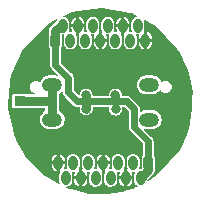
<source format=gbr>
%TF.GenerationSoftware,KiCad,Pcbnew,(6.0.2)*%
%TF.CreationDate,2022-05-27T09:12:54+03:00*%
%TF.ProjectId,TypeC_Bulgin_PCB,54797065-435f-4427-956c-67696e5f5043,rev?*%
%TF.SameCoordinates,Original*%
%TF.FileFunction,Copper,L2,Bot*%
%TF.FilePolarity,Positive*%
%FSLAX46Y46*%
G04 Gerber Fmt 4.6, Leading zero omitted, Abs format (unit mm)*
G04 Created by KiCad (PCBNEW (6.0.2)) date 2022-05-27 09:12:54*
%MOMM*%
%LPD*%
G01*
G04 APERTURE LIST*
G04 Aperture macros list*
%AMRoundRect*
0 Rectangle with rounded corners*
0 $1 Rounding radius*
0 $2 $3 $4 $5 $6 $7 $8 $9 X,Y pos of 4 corners*
0 Add a 4 corners polygon primitive as box body*
4,1,4,$2,$3,$4,$5,$6,$7,$8,$9,$2,$3,0*
0 Add four circle primitives for the rounded corners*
1,1,$1+$1,$2,$3*
1,1,$1+$1,$4,$5*
1,1,$1+$1,$6,$7*
1,1,$1+$1,$8,$9*
0 Add four rect primitives between the rounded corners*
20,1,$1+$1,$2,$3,$4,$5,0*
20,1,$1+$1,$4,$5,$6,$7,0*
20,1,$1+$1,$6,$7,$8,$9,0*
20,1,$1+$1,$8,$9,$2,$3,0*%
G04 Aperture macros list end*
%TA.AperFunction,ComponentPad*%
%ADD10RoundRect,0.153846X-0.246154X0.396154X-0.246154X-0.396154X0.246154X-0.396154X0.246154X0.396154X0*%
%TD*%
%TA.AperFunction,ComponentPad*%
%ADD11O,0.800000X1.200000*%
%TD*%
%TA.AperFunction,ComponentPad*%
%ADD12O,1.700000X1.200000*%
%TD*%
%TA.AperFunction,ComponentPad*%
%ADD13RoundRect,0.153846X0.246154X-0.396154X0.246154X0.396154X-0.246154X0.396154X-0.246154X-0.396154X0*%
%TD*%
%TA.AperFunction,ComponentPad*%
%ADD14R,0.850000X0.850000*%
%TD*%
%TA.AperFunction,ViaPad*%
%ADD15C,0.800000*%
%TD*%
%TA.AperFunction,Conductor*%
%ADD16C,0.800000*%
%TD*%
%TA.AperFunction,Conductor*%
%ADD17C,0.600000*%
%TD*%
G04 APERTURE END LIST*
D10*
%TO.P,J3,1,Pin_1*%
%TO.N,VBUS*%
X155225000Y-92630000D03*
D11*
%TO.P,J3,2,Pin_2*%
X154590000Y-93900000D03*
%TO.P,J3,3,Pin_3*%
%TO.N,unconnected-(J3-Pad3)*%
X153955000Y-92630000D03*
%TO.P,J3,4,Pin_4*%
%TO.N,GND*%
X153320000Y-93900000D03*
%TO.P,J3,5,Pin_5*%
%TO.N,TX1+*%
X152685000Y-92630000D03*
%TO.P,J3,6,Pin_6*%
%TO.N,TX1-*%
X152050000Y-93900000D03*
%TO.P,J3,7,Pin_7*%
%TO.N,GND*%
X151415000Y-92630000D03*
%TO.P,J3,8,Pin_8*%
%TO.N,unconnected-(J3-Pad8)*%
X150780000Y-93900000D03*
%TO.P,J3,9,Pin_9*%
%TO.N,unconnected-(J3-Pad9)*%
X150145000Y-92630000D03*
%TO.P,J3,10,Pin_10*%
%TO.N,GND*%
X149510000Y-93900000D03*
%TO.P,J3,11,Pin_11*%
%TO.N,RX1-*%
X148875000Y-92630000D03*
%TO.P,J3,12,Pin_12*%
%TO.N,RX1+*%
X148240000Y-93900000D03*
%TO.P,J3,13,Pin_13*%
%TO.N,GND*%
X147605000Y-92630000D03*
%TD*%
D12*
%TO.P,J6,S1,SHIELD*%
%TO.N,Net-(J1-Pad1)*%
X147100000Y-86030000D03*
X155300000Y-88970000D03*
X155300000Y-86030000D03*
X147100000Y-88970000D03*
%TD*%
D13*
%TO.P,J4,1,Pin_1*%
%TO.N,VBUS*%
X147360000Y-82280000D03*
D11*
%TO.P,J4,2,Pin_2*%
X147995000Y-81010000D03*
%TO.P,J4,3,Pin_3*%
%TO.N,unconnected-(J4-Pad3)*%
X148630000Y-82280000D03*
%TO.P,J4,4,Pin_4*%
%TO.N,GND*%
X149265000Y-81010000D03*
%TO.P,J4,5,Pin_5*%
%TO.N,TX2+*%
X149900000Y-82280000D03*
%TO.P,J4,6,Pin_6*%
%TO.N,TX2-*%
X150535000Y-81010000D03*
%TO.P,J4,7,Pin_7*%
%TO.N,GND*%
X151170000Y-82280000D03*
%TO.P,J4,8,Pin_8*%
%TO.N,unconnected-(J4-Pad8)*%
X151805000Y-81010000D03*
%TO.P,J4,9,Pin_9*%
%TO.N,unconnected-(J4-Pad9)*%
X152440000Y-82280000D03*
%TO.P,J4,10,Pin_10*%
%TO.N,GND*%
X153075000Y-81010000D03*
%TO.P,J4,11,Pin_11*%
%TO.N,RX2-*%
X153710000Y-82280000D03*
%TO.P,J4,12,Pin_12*%
%TO.N,RX2+*%
X154345000Y-81010000D03*
%TO.P,J4,13,Pin_13*%
%TO.N,GND*%
X154980000Y-82280000D03*
%TD*%
D14*
%TO.P,J1,1,Pin_1*%
%TO.N,Net-(J1-Pad1)*%
X144340000Y-87390000D03*
%TD*%
D15*
%TO.N,GND*%
X151000000Y-91020000D03*
X154710000Y-84590000D03*
X148260000Y-87920000D03*
X153080000Y-83220000D03*
X145260000Y-83710000D03*
X145860000Y-90850000D03*
X145970000Y-84880000D03*
X152080000Y-90590000D03*
X148380000Y-83650000D03*
X151870000Y-83730000D03*
X156280000Y-82500000D03*
X146310000Y-92670000D03*
X156690000Y-91890000D03*
X154260000Y-91360000D03*
X149930000Y-91430000D03*
X150630000Y-84380000D03*
X147580000Y-90750000D03*
X146120000Y-82470000D03*
X144390000Y-85500000D03*
X144460000Y-89200000D03*
X157240000Y-90380000D03*
X157080000Y-84480000D03*
X157380000Y-87610000D03*
X155390000Y-87500000D03*
%TO.N,VBUS*%
X149960000Y-86890000D03*
X152440000Y-86900000D03*
X152460000Y-88070000D03*
X149970000Y-88050000D03*
%TD*%
D16*
%TO.N,Net-(J1-Pad1)*%
X147100000Y-87590000D02*
X147100000Y-88970000D01*
X147100000Y-87590000D02*
X146900000Y-87390000D01*
X146900000Y-87390000D02*
X144340000Y-87390000D01*
X147100000Y-86030000D02*
X147100000Y-87590000D01*
D17*
%TO.N,VBUS*%
X154050480Y-89630480D02*
X154050480Y-88070480D01*
X152490000Y-87420000D02*
X152480000Y-87430000D01*
X155225000Y-90805000D02*
X154050480Y-89630480D01*
X154050480Y-88070480D02*
X153400000Y-87420000D01*
X155225000Y-92630000D02*
X155225000Y-90805000D01*
X153400000Y-87420000D02*
X152490000Y-87420000D01*
D16*
X155225000Y-93265000D02*
X155225000Y-92630000D01*
X154590000Y-93900000D02*
X155225000Y-93265000D01*
D17*
X152480000Y-86940000D02*
X152440000Y-86900000D01*
X152480000Y-87430000D02*
X152480000Y-86940000D01*
X152470000Y-87420000D02*
X152480000Y-87430000D01*
X149960000Y-87420000D02*
X152470000Y-87420000D01*
X149200000Y-87420000D02*
X149960000Y-87420000D01*
X148449520Y-86669520D02*
X149200000Y-87420000D01*
X148449520Y-85419520D02*
X148449520Y-86669520D01*
X147360000Y-84330000D02*
X148449520Y-85419520D01*
X147360000Y-82280000D02*
X147360000Y-84330000D01*
D16*
X149960000Y-87420000D02*
X149960000Y-88040000D01*
X149960000Y-86890000D02*
X149960000Y-87420000D01*
X147360000Y-81500000D02*
X147360000Y-82280000D01*
X147850000Y-81010000D02*
X147360000Y-81500000D01*
X147995000Y-81010000D02*
X147850000Y-81010000D01*
D17*
X149960000Y-88040000D02*
X149970000Y-88050000D01*
X149990000Y-86890000D02*
X149960000Y-86890000D01*
%TD*%
%TA.AperFunction,Conductor*%
%TO.N,GND*%
G36*
X147533693Y-80463052D02*
G01*
X147537288Y-80500382D01*
X147532074Y-80511877D01*
X147502668Y-80559305D01*
X147487365Y-80583986D01*
X147486433Y-80587193D01*
X147485083Y-80590226D01*
X147471156Y-80608376D01*
X147457526Y-80619414D01*
X147444930Y-80629614D01*
X147442996Y-80632336D01*
X147430289Y-80650216D01*
X147424996Y-80656479D01*
X146980222Y-81101254D01*
X146978741Y-81102675D01*
X146931844Y-81145799D01*
X146930087Y-81148634D01*
X146930082Y-81148639D01*
X146906997Y-81185873D01*
X146904393Y-81189663D01*
X146875888Y-81227217D01*
X146868421Y-81246078D01*
X146867824Y-81247585D01*
X146863909Y-81255368D01*
X146852365Y-81273986D01*
X146850214Y-81281392D01*
X146839214Y-81319253D01*
X146837719Y-81323620D01*
X146823540Y-81359432D01*
X146820364Y-81367453D01*
X146820015Y-81370771D01*
X146820015Y-81370772D01*
X146818074Y-81389239D01*
X146816397Y-81397786D01*
X146810285Y-81418825D01*
X146809500Y-81429515D01*
X146809500Y-81468250D01*
X146809232Y-81473372D01*
X146804599Y-81517454D01*
X146805156Y-81520747D01*
X146808814Y-81542375D01*
X146809500Y-81550547D01*
X146809500Y-82317785D01*
X146809501Y-82317789D01*
X146809501Y-82721374D01*
X146812657Y-82747907D01*
X146814148Y-82751264D01*
X146814149Y-82751267D01*
X146839642Y-82808659D01*
X146858682Y-82851524D01*
X146861882Y-82854718D01*
X146861883Y-82854720D01*
X146895118Y-82887896D01*
X146909500Y-82922575D01*
X146909500Y-84300327D01*
X146909160Y-84306085D01*
X146904636Y-84344310D01*
X146915401Y-84403253D01*
X146915642Y-84404708D01*
X146924551Y-84463962D01*
X146926137Y-84467264D01*
X146927155Y-84470574D01*
X146928316Y-84473966D01*
X146928975Y-84477573D01*
X146930666Y-84480828D01*
X146956566Y-84530688D01*
X146957247Y-84532051D01*
X146983191Y-84586079D01*
X146985677Y-84588768D01*
X146987736Y-84591798D01*
X146987447Y-84591994D01*
X146988286Y-84593187D01*
X146988573Y-84592994D01*
X146990135Y-84595312D01*
X146991421Y-84597788D01*
X146993233Y-84599909D01*
X146993233Y-84599910D01*
X146995107Y-84602105D01*
X146995115Y-84602113D01*
X146995725Y-84602828D01*
X147034033Y-84641136D01*
X147035367Y-84642523D01*
X147075146Y-84685556D01*
X147078313Y-84687395D01*
X147081173Y-84689687D01*
X147081143Y-84689724D01*
X147087554Y-84694657D01*
X147553251Y-85160354D01*
X147567603Y-85195002D01*
X147553251Y-85229650D01*
X147518603Y-85244002D01*
X147512462Y-85243616D01*
X147474233Y-85238787D01*
X147400717Y-85229500D01*
X146804845Y-85229500D01*
X146803494Y-85229652D01*
X146803486Y-85229652D01*
X146674246Y-85244149D01*
X146674245Y-85244149D01*
X146671528Y-85244454D01*
X146668940Y-85245355D01*
X146668941Y-85245355D01*
X146504516Y-85302613D01*
X146504513Y-85302615D01*
X146501927Y-85303515D01*
X146499604Y-85304966D01*
X146499603Y-85304967D01*
X146435883Y-85344784D01*
X146349625Y-85398684D01*
X146347682Y-85400613D01*
X146347680Y-85400615D01*
X146298762Y-85449193D01*
X146222193Y-85525230D01*
X146216599Y-85534045D01*
X146131477Y-85668176D01*
X146125963Y-85676864D01*
X146125045Y-85679442D01*
X146125044Y-85679444D01*
X146087543Y-85784760D01*
X146062400Y-85812586D01*
X146024945Y-85814484D01*
X146008946Y-85805050D01*
X145980231Y-85779690D01*
X145977612Y-85777377D01*
X145974454Y-85775894D01*
X145974452Y-85775893D01*
X145900317Y-85741087D01*
X145847837Y-85716447D01*
X145738991Y-85699500D01*
X145664060Y-85699500D01*
X145662336Y-85699747D01*
X145662334Y-85699747D01*
X145590889Y-85709979D01*
X145558082Y-85714677D01*
X145427572Y-85774016D01*
X145424929Y-85776293D01*
X145424928Y-85776294D01*
X145380607Y-85814484D01*
X145318963Y-85867600D01*
X145240985Y-85987905D01*
X145199907Y-86125261D01*
X145199031Y-86268624D01*
X145199990Y-86271979D01*
X145199990Y-86271980D01*
X145229764Y-86376156D01*
X145238428Y-86406471D01*
X145314930Y-86527720D01*
X145422388Y-86622623D01*
X145425546Y-86624106D01*
X145425548Y-86624107D01*
X145485618Y-86652310D01*
X145552163Y-86683553D01*
X145606384Y-86691995D01*
X145606949Y-86692083D01*
X145638977Y-86711595D01*
X145647828Y-86748038D01*
X145628316Y-86780066D01*
X145599411Y-86789500D01*
X144878100Y-86789500D01*
X144850877Y-86781242D01*
X144847245Y-86778815D01*
X144843231Y-86776133D01*
X144784748Y-86764500D01*
X143895252Y-86764500D01*
X143836769Y-86776133D01*
X143770448Y-86820448D01*
X143726133Y-86886769D01*
X143714500Y-86945252D01*
X143714500Y-87834748D01*
X143726133Y-87893231D01*
X143770448Y-87959552D01*
X143836769Y-88003867D01*
X143895252Y-88015500D01*
X144784748Y-88015500D01*
X144843231Y-88003867D01*
X144850877Y-87998758D01*
X144878100Y-87990500D01*
X146450500Y-87990500D01*
X146485148Y-88004852D01*
X146499500Y-88039500D01*
X146499500Y-88217871D01*
X146485148Y-88252519D01*
X146476466Y-88259425D01*
X146351950Y-88337231D01*
X146349625Y-88338684D01*
X146347682Y-88340613D01*
X146347680Y-88340615D01*
X146300980Y-88386991D01*
X146222193Y-88465230D01*
X146216599Y-88474045D01*
X146133429Y-88605100D01*
X146125963Y-88616864D01*
X146065719Y-88786049D01*
X146044455Y-88964376D01*
X146063227Y-89142983D01*
X146121103Y-89312993D01*
X146215206Y-89465955D01*
X146217121Y-89467911D01*
X146217123Y-89467913D01*
X146338941Y-89592310D01*
X146338944Y-89592312D01*
X146340859Y-89594268D01*
X146343159Y-89595751D01*
X146343160Y-89595751D01*
X146351795Y-89601316D01*
X146491817Y-89691554D01*
X146581184Y-89724081D01*
X146658003Y-89752041D01*
X146658005Y-89752041D01*
X146660578Y-89752978D01*
X146799283Y-89770500D01*
X147395155Y-89770500D01*
X147396506Y-89770348D01*
X147396514Y-89770348D01*
X147525754Y-89755851D01*
X147525755Y-89755851D01*
X147528472Y-89755546D01*
X147618828Y-89724081D01*
X147695484Y-89697387D01*
X147695487Y-89697385D01*
X147698073Y-89696485D01*
X147705965Y-89691554D01*
X147848050Y-89602769D01*
X147848051Y-89602768D01*
X147850375Y-89601316D01*
X147857473Y-89594268D01*
X147975860Y-89476703D01*
X147977807Y-89474770D01*
X148074037Y-89323136D01*
X148134281Y-89153951D01*
X148155545Y-88975624D01*
X148136773Y-88797017D01*
X148078897Y-88627007D01*
X148020504Y-88532090D01*
X147986229Y-88476377D01*
X147986227Y-88476375D01*
X147984794Y-88474045D01*
X147976162Y-88465230D01*
X147861059Y-88347690D01*
X147861056Y-88347688D01*
X147859141Y-88345732D01*
X147856845Y-88344253D01*
X147856841Y-88344249D01*
X147753078Y-88277379D01*
X147722955Y-88257966D01*
X147701607Y-88227134D01*
X147700500Y-88216779D01*
X147700500Y-87632574D01*
X147700919Y-87626178D01*
X147705263Y-87593183D01*
X147705682Y-87590000D01*
X147700919Y-87553821D01*
X147700500Y-87547426D01*
X147700500Y-86782129D01*
X147714852Y-86747481D01*
X147723534Y-86740575D01*
X147848050Y-86662769D01*
X147848051Y-86662768D01*
X147850375Y-86661316D01*
X147857473Y-86654268D01*
X147915493Y-86596651D01*
X147950191Y-86582420D01*
X147984789Y-86596893D01*
X147999020Y-86631420D01*
X147999020Y-86639847D01*
X147998680Y-86645605D01*
X147994156Y-86683830D01*
X148004921Y-86742773D01*
X148005162Y-86744228D01*
X148014071Y-86803482D01*
X148015657Y-86806785D01*
X148016672Y-86810083D01*
X148017836Y-86813483D01*
X148018495Y-86817093D01*
X148039280Y-86857105D01*
X148046086Y-86870208D01*
X148046774Y-86871585D01*
X148067192Y-86914105D01*
X148072711Y-86925599D01*
X148075197Y-86928288D01*
X148077256Y-86931318D01*
X148076967Y-86931514D01*
X148077806Y-86932707D01*
X148078093Y-86932514D01*
X148079655Y-86934832D01*
X148080941Y-86937308D01*
X148082753Y-86939429D01*
X148082753Y-86939430D01*
X148084627Y-86941625D01*
X148084635Y-86941633D01*
X148085245Y-86942348D01*
X148123553Y-86980656D01*
X148124887Y-86982043D01*
X148154900Y-87014511D01*
X148164666Y-87025076D01*
X148167833Y-87026915D01*
X148170693Y-87029207D01*
X148170663Y-87029244D01*
X148177074Y-87034177D01*
X148860462Y-87717565D01*
X148864294Y-87721877D01*
X148888128Y-87752110D01*
X148891139Y-87754191D01*
X148891140Y-87754192D01*
X148937388Y-87786156D01*
X148938631Y-87787044D01*
X148986817Y-87822634D01*
X148990271Y-87823847D01*
X148993359Y-87825482D01*
X148996554Y-87827047D01*
X148999569Y-87829131D01*
X149003063Y-87830236D01*
X149056652Y-87847184D01*
X149058112Y-87847671D01*
X149111171Y-87866304D01*
X149114631Y-87867519D01*
X149118296Y-87867663D01*
X149121889Y-87868348D01*
X149121824Y-87868687D01*
X149123260Y-87868938D01*
X149123325Y-87868603D01*
X149126065Y-87869137D01*
X149128730Y-87869980D01*
X149135337Y-87870500D01*
X149189537Y-87870500D01*
X149191461Y-87870538D01*
X149249994Y-87872838D01*
X149253537Y-87871898D01*
X149257174Y-87871497D01*
X149257179Y-87871544D01*
X149265196Y-87870500D01*
X149360500Y-87870500D01*
X149395148Y-87884852D01*
X149409500Y-87919500D01*
X149409500Y-88077785D01*
X149409726Y-88079432D01*
X149409726Y-88079438D01*
X149412564Y-88100153D01*
X149424794Y-88189432D01*
X149426121Y-88192498D01*
X149426121Y-88192499D01*
X149455083Y-88259425D01*
X149484695Y-88327855D01*
X149486796Y-88330450D01*
X149486797Y-88330451D01*
X149572421Y-88436188D01*
X149573214Y-88437194D01*
X149575423Y-88440072D01*
X149577379Y-88442621D01*
X149578044Y-88443131D01*
X149579614Y-88445070D01*
X149588775Y-88451580D01*
X149591849Y-88453765D01*
X149593292Y-88454832D01*
X149651462Y-88499467D01*
X149692375Y-88530861D01*
X149826291Y-88586330D01*
X149970000Y-88605250D01*
X150113709Y-88586330D01*
X150247625Y-88530861D01*
X150356906Y-88447006D01*
X150360072Y-88444577D01*
X150362621Y-88442621D01*
X150450861Y-88327625D01*
X150506330Y-88193709D01*
X150525250Y-88050000D01*
X150510919Y-87941147D01*
X150510500Y-87934752D01*
X150510500Y-87919500D01*
X150524852Y-87884852D01*
X150559500Y-87870500D01*
X151875195Y-87870500D01*
X151909843Y-87884852D01*
X151924195Y-87919500D01*
X151923306Y-87926243D01*
X151923670Y-87926291D01*
X151904750Y-88070000D01*
X151923670Y-88213709D01*
X151979139Y-88347625D01*
X151981095Y-88350174D01*
X152060584Y-88453765D01*
X152067379Y-88462621D01*
X152182375Y-88550861D01*
X152316291Y-88606330D01*
X152460000Y-88625250D01*
X152603709Y-88606330D01*
X152737625Y-88550861D01*
X152852621Y-88462621D01*
X152859417Y-88453765D01*
X152938905Y-88350174D01*
X152940861Y-88347625D01*
X152996330Y-88213709D01*
X153015250Y-88070000D01*
X152996330Y-87926291D01*
X152998288Y-87926033D01*
X153002360Y-87895016D01*
X153032105Y-87872174D01*
X153044805Y-87870500D01*
X153193101Y-87870500D01*
X153227749Y-87884852D01*
X153585628Y-88242731D01*
X153599980Y-88277379D01*
X153599980Y-89600807D01*
X153599640Y-89606565D01*
X153595116Y-89644790D01*
X153605881Y-89703733D01*
X153606122Y-89705188D01*
X153615031Y-89764442D01*
X153616617Y-89767744D01*
X153617635Y-89771054D01*
X153618796Y-89774446D01*
X153619455Y-89778053D01*
X153621146Y-89781308D01*
X153647046Y-89831168D01*
X153647727Y-89832531D01*
X153673671Y-89886559D01*
X153676157Y-89889248D01*
X153678216Y-89892278D01*
X153677927Y-89892474D01*
X153678766Y-89893667D01*
X153679053Y-89893474D01*
X153680615Y-89895792D01*
X153681901Y-89898268D01*
X153683713Y-89900389D01*
X153683713Y-89900390D01*
X153685587Y-89902585D01*
X153685595Y-89902593D01*
X153686205Y-89903308D01*
X153724513Y-89941616D01*
X153725847Y-89943003D01*
X153765626Y-89986036D01*
X153768793Y-89987875D01*
X153771653Y-89990167D01*
X153771623Y-89990204D01*
X153778034Y-89995137D01*
X154760148Y-90977251D01*
X154774500Y-91011899D01*
X154774500Y-91987438D01*
X154760178Y-92022056D01*
X154723376Y-92058922D01*
X154677532Y-92162618D01*
X154674500Y-92188625D01*
X154674500Y-93016679D01*
X154660148Y-93051327D01*
X154579281Y-93132194D01*
X154554319Y-93145579D01*
X154532871Y-93149904D01*
X154497066Y-93157124D01*
X154460265Y-93149905D01*
X154439348Y-93118777D01*
X154445736Y-93083271D01*
X154460876Y-93058852D01*
X154460878Y-93058848D01*
X154462635Y-93056014D01*
X154463566Y-93052810D01*
X154503997Y-92913647D01*
X154503997Y-92913645D01*
X154504715Y-92911175D01*
X154504909Y-92908540D01*
X154505433Y-92901392D01*
X154505500Y-92900485D01*
X154505500Y-92392215D01*
X154501155Y-92360492D01*
X154490659Y-92283878D01*
X154490206Y-92280568D01*
X154458544Y-92207402D01*
X154431632Y-92145211D01*
X154431631Y-92145210D01*
X154430305Y-92142145D01*
X154335386Y-92024930D01*
X154212442Y-91937558D01*
X154209302Y-91936427D01*
X154209299Y-91936426D01*
X154073674Y-91887598D01*
X154073673Y-91887598D01*
X154070532Y-91886467D01*
X154067204Y-91886223D01*
X154067201Y-91886222D01*
X153987468Y-91880367D01*
X153920109Y-91875420D01*
X153916836Y-91876080D01*
X153916835Y-91876080D01*
X153775533Y-91904572D01*
X153775530Y-91904573D01*
X153772257Y-91905233D01*
X153769281Y-91906749D01*
X153769279Y-91906750D01*
X153640848Y-91972188D01*
X153640845Y-91972190D01*
X153637868Y-91973707D01*
X153526844Y-92075799D01*
X153525085Y-92078636D01*
X153456889Y-92188626D01*
X153447365Y-92203986D01*
X153446434Y-92207189D01*
X153446434Y-92207190D01*
X153424115Y-92284014D01*
X153405285Y-92348825D01*
X153405097Y-92351389D01*
X153405096Y-92351393D01*
X153404823Y-92355122D01*
X153404500Y-92359515D01*
X153404500Y-92867785D01*
X153404726Y-92869432D01*
X153404726Y-92869438D01*
X153410083Y-92908540D01*
X153419794Y-92979432D01*
X153466288Y-93086872D01*
X153470474Y-93096546D01*
X153471063Y-93134044D01*
X153458330Y-93147183D01*
X153460379Y-93149047D01*
X153445000Y-93165949D01*
X153445000Y-93765253D01*
X153447855Y-93772145D01*
X153454747Y-93775000D01*
X153860253Y-93775000D01*
X153867145Y-93772145D01*
X153870000Y-93765253D01*
X153870000Y-93663922D01*
X153869774Y-93660598D01*
X153855173Y-93554014D01*
X153853393Y-93547637D01*
X153808168Y-93443128D01*
X153807579Y-93405630D01*
X153833678Y-93378698D01*
X153856725Y-93374800D01*
X153989891Y-93384580D01*
X154047934Y-93372876D01*
X154084735Y-93380096D01*
X154105652Y-93411223D01*
X154099264Y-93446729D01*
X154084124Y-93471148D01*
X154084122Y-93471152D01*
X154082365Y-93473986D01*
X154081434Y-93477189D01*
X154081434Y-93477190D01*
X154047840Y-93592822D01*
X154040285Y-93618825D01*
X154040097Y-93621389D01*
X154040096Y-93621393D01*
X154040091Y-93621461D01*
X154039500Y-93629515D01*
X154039500Y-93868250D01*
X154039232Y-93873372D01*
X154034599Y-93917454D01*
X154035156Y-93920747D01*
X154038814Y-93942375D01*
X154039500Y-93950547D01*
X154039500Y-94137785D01*
X154039726Y-94139432D01*
X154039726Y-94139438D01*
X154045083Y-94178540D01*
X154054794Y-94249432D01*
X154056121Y-94252498D01*
X154056121Y-94252499D01*
X154086548Y-94322810D01*
X154114695Y-94387855D01*
X154209614Y-94505070D01*
X154269926Y-94547932D01*
X154299832Y-94569185D01*
X154319761Y-94600954D01*
X154311388Y-94637511D01*
X154290626Y-94654217D01*
X154139875Y-94718329D01*
X153920464Y-94811641D01*
X153918046Y-94812594D01*
X153716734Y-94885866D01*
X153642835Y-94912763D01*
X153639597Y-94913815D01*
X153427641Y-94974593D01*
X153112824Y-95064865D01*
X153109506Y-95065692D01*
X152941001Y-95101509D01*
X152936813Y-95102211D01*
X151822991Y-95239631D01*
X151816991Y-95240000D01*
X150258661Y-95240000D01*
X150251841Y-95239523D01*
X149963040Y-95198934D01*
X149958225Y-95198010D01*
X148689948Y-94887987D01*
X148684824Y-94886433D01*
X148292574Y-94743666D01*
X148264924Y-94718329D01*
X148263288Y-94680862D01*
X148288625Y-94653212D01*
X148299648Y-94649588D01*
X148419467Y-94625428D01*
X148419470Y-94625427D01*
X148422743Y-94624767D01*
X148425719Y-94623251D01*
X148425721Y-94623250D01*
X148554152Y-94557812D01*
X148554155Y-94557810D01*
X148557132Y-94556293D01*
X148668156Y-94454201D01*
X148747635Y-94326014D01*
X148748566Y-94322810D01*
X148788997Y-94183647D01*
X148788997Y-94183645D01*
X148789715Y-94181175D01*
X148789909Y-94178540D01*
X148790433Y-94171392D01*
X148790500Y-94170485D01*
X148790500Y-94136078D01*
X148960000Y-94136078D01*
X148960226Y-94139402D01*
X148974827Y-94245986D01*
X148976607Y-94252363D01*
X149033800Y-94384528D01*
X149037229Y-94390190D01*
X149127858Y-94502107D01*
X149132681Y-94506636D01*
X149250069Y-94590060D01*
X149255934Y-94593126D01*
X149375829Y-94636291D01*
X149383282Y-94635940D01*
X149385000Y-94634051D01*
X149385000Y-94626152D01*
X149635000Y-94626152D01*
X149637855Y-94633044D01*
X149641556Y-94634577D01*
X149689302Y-94624950D01*
X149695555Y-94622773D01*
X149823864Y-94557397D01*
X149829304Y-94553616D01*
X149935309Y-94456139D01*
X149939526Y-94451042D01*
X150015414Y-94328646D01*
X150018106Y-94322598D01*
X150058498Y-94183567D01*
X150059403Y-94178540D01*
X150059933Y-94171319D01*
X150060000Y-94169508D01*
X150060000Y-94034747D01*
X150057145Y-94027855D01*
X150050253Y-94025000D01*
X149644747Y-94025000D01*
X149637855Y-94027855D01*
X149635000Y-94034747D01*
X149635000Y-94626152D01*
X149385000Y-94626152D01*
X149385000Y-94034747D01*
X149382145Y-94027855D01*
X149375253Y-94025000D01*
X148969747Y-94025000D01*
X148962855Y-94027855D01*
X148960000Y-94034747D01*
X148960000Y-94136078D01*
X148790500Y-94136078D01*
X148790500Y-93662215D01*
X148786155Y-93630492D01*
X148780545Y-93589545D01*
X148775206Y-93550568D01*
X148770824Y-93540441D01*
X148728731Y-93443170D01*
X148728142Y-93405672D01*
X148754241Y-93378740D01*
X148777290Y-93374842D01*
X148822322Y-93378149D01*
X148909891Y-93384580D01*
X148968608Y-93372740D01*
X149005408Y-93379960D01*
X149026325Y-93411087D01*
X149019937Y-93446593D01*
X149004587Y-93471350D01*
X149001894Y-93477402D01*
X148961502Y-93616433D01*
X148960597Y-93621460D01*
X148960067Y-93628681D01*
X148960000Y-93630492D01*
X148960000Y-93765253D01*
X148962855Y-93772145D01*
X148969747Y-93775000D01*
X149375253Y-93775000D01*
X149382145Y-93772145D01*
X149385000Y-93765253D01*
X149385000Y-93173848D01*
X149382145Y-93166956D01*
X149381090Y-93166519D01*
X149354572Y-93140000D01*
X149354572Y-93102497D01*
X149358197Y-93095428D01*
X149365651Y-93083407D01*
X149374521Y-93069101D01*
X149380878Y-93058848D01*
X149380878Y-93058847D01*
X149382635Y-93056014D01*
X149383566Y-93052810D01*
X149423997Y-92913647D01*
X149423997Y-92913645D01*
X149424715Y-92911175D01*
X149424909Y-92908540D01*
X149425433Y-92901392D01*
X149425500Y-92900485D01*
X149425500Y-92867785D01*
X149594500Y-92867785D01*
X149594726Y-92869432D01*
X149594726Y-92869438D01*
X149600083Y-92908540D01*
X149609794Y-92979432D01*
X149656288Y-93086872D01*
X149660474Y-93096546D01*
X149661063Y-93134044D01*
X149648330Y-93147183D01*
X149650379Y-93149047D01*
X149635000Y-93165949D01*
X149635000Y-93765253D01*
X149637855Y-93772145D01*
X149644747Y-93775000D01*
X150050253Y-93775000D01*
X150057145Y-93772145D01*
X150060000Y-93765253D01*
X150060000Y-93663922D01*
X150059774Y-93660598D01*
X150045173Y-93554014D01*
X150043393Y-93547637D01*
X149998168Y-93443128D01*
X149997579Y-93405630D01*
X150023678Y-93378698D01*
X150046725Y-93374800D01*
X150179891Y-93384580D01*
X150237934Y-93372876D01*
X150274735Y-93380096D01*
X150295652Y-93411223D01*
X150289264Y-93446729D01*
X150274124Y-93471148D01*
X150274122Y-93471152D01*
X150272365Y-93473986D01*
X150271434Y-93477189D01*
X150271434Y-93477190D01*
X150237840Y-93592822D01*
X150230285Y-93618825D01*
X150230097Y-93621389D01*
X150230096Y-93621393D01*
X150230091Y-93621461D01*
X150229500Y-93629515D01*
X150229500Y-94137785D01*
X150229726Y-94139432D01*
X150229726Y-94139438D01*
X150235083Y-94178540D01*
X150244794Y-94249432D01*
X150246121Y-94252498D01*
X150246121Y-94252499D01*
X150276548Y-94322810D01*
X150304695Y-94387855D01*
X150399614Y-94505070D01*
X150522558Y-94592442D01*
X150525698Y-94593573D01*
X150525701Y-94593574D01*
X150661326Y-94642402D01*
X150661327Y-94642402D01*
X150664468Y-94643533D01*
X150667796Y-94643777D01*
X150667799Y-94643778D01*
X150746917Y-94649588D01*
X150814891Y-94654580D01*
X150818164Y-94653920D01*
X150818165Y-94653920D01*
X150959467Y-94625428D01*
X150959470Y-94625427D01*
X150962743Y-94624767D01*
X150965719Y-94623251D01*
X150965721Y-94623250D01*
X151094152Y-94557812D01*
X151094155Y-94557810D01*
X151097132Y-94556293D01*
X151208156Y-94454201D01*
X151287635Y-94326014D01*
X151288566Y-94322810D01*
X151328997Y-94183647D01*
X151328997Y-94183645D01*
X151329715Y-94181175D01*
X151329909Y-94178540D01*
X151330433Y-94171392D01*
X151330500Y-94170485D01*
X151330500Y-94137785D01*
X151499500Y-94137785D01*
X151499726Y-94139432D01*
X151499726Y-94139438D01*
X151505083Y-94178540D01*
X151514794Y-94249432D01*
X151516121Y-94252498D01*
X151516121Y-94252499D01*
X151546548Y-94322810D01*
X151574695Y-94387855D01*
X151669614Y-94505070D01*
X151792558Y-94592442D01*
X151795698Y-94593573D01*
X151795701Y-94593574D01*
X151931326Y-94642402D01*
X151931327Y-94642402D01*
X151934468Y-94643533D01*
X151937796Y-94643777D01*
X151937799Y-94643778D01*
X152016917Y-94649588D01*
X152084891Y-94654580D01*
X152088164Y-94653920D01*
X152088165Y-94653920D01*
X152229467Y-94625428D01*
X152229470Y-94625427D01*
X152232743Y-94624767D01*
X152235719Y-94623251D01*
X152235721Y-94623250D01*
X152364152Y-94557812D01*
X152364155Y-94557810D01*
X152367132Y-94556293D01*
X152478156Y-94454201D01*
X152557635Y-94326014D01*
X152558566Y-94322810D01*
X152598997Y-94183647D01*
X152598997Y-94183645D01*
X152599715Y-94181175D01*
X152599909Y-94178540D01*
X152600433Y-94171392D01*
X152600500Y-94170485D01*
X152600500Y-94136078D01*
X152770000Y-94136078D01*
X152770226Y-94139402D01*
X152784827Y-94245986D01*
X152786607Y-94252363D01*
X152843800Y-94384528D01*
X152847229Y-94390190D01*
X152937858Y-94502107D01*
X152942681Y-94506636D01*
X153060069Y-94590060D01*
X153065934Y-94593126D01*
X153185829Y-94636291D01*
X153193282Y-94635940D01*
X153195000Y-94634051D01*
X153195000Y-94626152D01*
X153445000Y-94626152D01*
X153447855Y-94633044D01*
X153451556Y-94634577D01*
X153499302Y-94624950D01*
X153505555Y-94622773D01*
X153633864Y-94557397D01*
X153639304Y-94553616D01*
X153745309Y-94456139D01*
X153749526Y-94451042D01*
X153825414Y-94328646D01*
X153828106Y-94322598D01*
X153868498Y-94183567D01*
X153869403Y-94178540D01*
X153869933Y-94171319D01*
X153870000Y-94169508D01*
X153870000Y-94034747D01*
X153867145Y-94027855D01*
X153860253Y-94025000D01*
X153454747Y-94025000D01*
X153447855Y-94027855D01*
X153445000Y-94034747D01*
X153445000Y-94626152D01*
X153195000Y-94626152D01*
X153195000Y-94034747D01*
X153192145Y-94027855D01*
X153185253Y-94025000D01*
X152779747Y-94025000D01*
X152772855Y-94027855D01*
X152770000Y-94034747D01*
X152770000Y-94136078D01*
X152600500Y-94136078D01*
X152600500Y-93662215D01*
X152596155Y-93630492D01*
X152590545Y-93589545D01*
X152585206Y-93550568D01*
X152580824Y-93540441D01*
X152538731Y-93443170D01*
X152538142Y-93405672D01*
X152564241Y-93378740D01*
X152587290Y-93374842D01*
X152632322Y-93378149D01*
X152719891Y-93384580D01*
X152778608Y-93372740D01*
X152815408Y-93379960D01*
X152836325Y-93411087D01*
X152829937Y-93446593D01*
X152814587Y-93471350D01*
X152811894Y-93477402D01*
X152771502Y-93616433D01*
X152770597Y-93621460D01*
X152770067Y-93628681D01*
X152770000Y-93630492D01*
X152770000Y-93765253D01*
X152772855Y-93772145D01*
X152779747Y-93775000D01*
X153185253Y-93775000D01*
X153192145Y-93772145D01*
X153195000Y-93765253D01*
X153195000Y-93173848D01*
X153192145Y-93166956D01*
X153191090Y-93166519D01*
X153164572Y-93140000D01*
X153164572Y-93102497D01*
X153168197Y-93095428D01*
X153175651Y-93083407D01*
X153184521Y-93069101D01*
X153190878Y-93058848D01*
X153190878Y-93058847D01*
X153192635Y-93056014D01*
X153193566Y-93052810D01*
X153233997Y-92913647D01*
X153233997Y-92913645D01*
X153234715Y-92911175D01*
X153234909Y-92908540D01*
X153235433Y-92901392D01*
X153235500Y-92900485D01*
X153235500Y-92392215D01*
X153231155Y-92360492D01*
X153220659Y-92283878D01*
X153220206Y-92280568D01*
X153188544Y-92207402D01*
X153161632Y-92145211D01*
X153161631Y-92145210D01*
X153160305Y-92142145D01*
X153065386Y-92024930D01*
X152942442Y-91937558D01*
X152939302Y-91936427D01*
X152939299Y-91936426D01*
X152803674Y-91887598D01*
X152803673Y-91887598D01*
X152800532Y-91886467D01*
X152797204Y-91886223D01*
X152797201Y-91886222D01*
X152717468Y-91880367D01*
X152650109Y-91875420D01*
X152646836Y-91876080D01*
X152646835Y-91876080D01*
X152505533Y-91904572D01*
X152505530Y-91904573D01*
X152502257Y-91905233D01*
X152499281Y-91906749D01*
X152499279Y-91906750D01*
X152370848Y-91972188D01*
X152370845Y-91972190D01*
X152367868Y-91973707D01*
X152256844Y-92075799D01*
X152255085Y-92078636D01*
X152186889Y-92188626D01*
X152177365Y-92203986D01*
X152176434Y-92207189D01*
X152176434Y-92207190D01*
X152154115Y-92284014D01*
X152135285Y-92348825D01*
X152135097Y-92351389D01*
X152135096Y-92351393D01*
X152134823Y-92355122D01*
X152134500Y-92359515D01*
X152134500Y-92867785D01*
X152134726Y-92869432D01*
X152134726Y-92869438D01*
X152140083Y-92908540D01*
X152149794Y-92979432D01*
X152151121Y-92982498D01*
X152151121Y-92982499D01*
X152196269Y-93086830D01*
X152196858Y-93124328D01*
X152170759Y-93151260D01*
X152147710Y-93155158D01*
X152094630Y-93151260D01*
X152015109Y-93145420D01*
X151956392Y-93157260D01*
X151919592Y-93150040D01*
X151898675Y-93118913D01*
X151905063Y-93083407D01*
X151920413Y-93058650D01*
X151923106Y-93052598D01*
X151963498Y-92913567D01*
X151964403Y-92908540D01*
X151964933Y-92901319D01*
X151965000Y-92899508D01*
X151965000Y-92764747D01*
X151962145Y-92757855D01*
X151955253Y-92755000D01*
X151549747Y-92755000D01*
X151542855Y-92757855D01*
X151540000Y-92764747D01*
X151540000Y-93356152D01*
X151542855Y-93363044D01*
X151543910Y-93363481D01*
X151570428Y-93390000D01*
X151570428Y-93427503D01*
X151566805Y-93434568D01*
X151559265Y-93446729D01*
X151544125Y-93471148D01*
X151542365Y-93473986D01*
X151541434Y-93477189D01*
X151541434Y-93477190D01*
X151507840Y-93592822D01*
X151500285Y-93618825D01*
X151500097Y-93621389D01*
X151500096Y-93621393D01*
X151500091Y-93621461D01*
X151499500Y-93629515D01*
X151499500Y-94137785D01*
X151330500Y-94137785D01*
X151330500Y-93662215D01*
X151326155Y-93630492D01*
X151320545Y-93589545D01*
X151315206Y-93550568D01*
X151309674Y-93537783D01*
X151268731Y-93443170D01*
X151264526Y-93433453D01*
X151263937Y-93395956D01*
X151276670Y-93382817D01*
X151274621Y-93380953D01*
X151290000Y-93364051D01*
X151290000Y-92764747D01*
X151287145Y-92757855D01*
X151280253Y-92755000D01*
X150874747Y-92755000D01*
X150867855Y-92757855D01*
X150865000Y-92764747D01*
X150865000Y-92866078D01*
X150865226Y-92869402D01*
X150879827Y-92975986D01*
X150881607Y-92982363D01*
X150926832Y-93086872D01*
X150927421Y-93124370D01*
X150901322Y-93151302D01*
X150878275Y-93155200D01*
X150745109Y-93145420D01*
X150687066Y-93157124D01*
X150650265Y-93149904D01*
X150629348Y-93118777D01*
X150635736Y-93083271D01*
X150650876Y-93058852D01*
X150650878Y-93058848D01*
X150652635Y-93056014D01*
X150653566Y-93052810D01*
X150693997Y-92913647D01*
X150693997Y-92913645D01*
X150694715Y-92911175D01*
X150694909Y-92908540D01*
X150695433Y-92901392D01*
X150695500Y-92900485D01*
X150695500Y-92495253D01*
X150865000Y-92495253D01*
X150867855Y-92502145D01*
X150874747Y-92505000D01*
X151280253Y-92505000D01*
X151287145Y-92502145D01*
X151290000Y-92495253D01*
X151540000Y-92495253D01*
X151542855Y-92502145D01*
X151549747Y-92505000D01*
X151955253Y-92505000D01*
X151962145Y-92502145D01*
X151965000Y-92495253D01*
X151965000Y-92393922D01*
X151964774Y-92390598D01*
X151950173Y-92284014D01*
X151948393Y-92277637D01*
X151891200Y-92145472D01*
X151887771Y-92139810D01*
X151797142Y-92027893D01*
X151792319Y-92023364D01*
X151674931Y-91939940D01*
X151669066Y-91936874D01*
X151549171Y-91893709D01*
X151541718Y-91894060D01*
X151540000Y-91895949D01*
X151540000Y-92495253D01*
X151290000Y-92495253D01*
X151290000Y-91903848D01*
X151287145Y-91896956D01*
X151283444Y-91895423D01*
X151235698Y-91905050D01*
X151229445Y-91907227D01*
X151101136Y-91972603D01*
X151095696Y-91976384D01*
X150989691Y-92073861D01*
X150985474Y-92078958D01*
X150909586Y-92201354D01*
X150906894Y-92207402D01*
X150866502Y-92346433D01*
X150865597Y-92351460D01*
X150865067Y-92358681D01*
X150865000Y-92360492D01*
X150865000Y-92495253D01*
X150695500Y-92495253D01*
X150695500Y-92392215D01*
X150691155Y-92360492D01*
X150680659Y-92283878D01*
X150680206Y-92280568D01*
X150648544Y-92207402D01*
X150621632Y-92145211D01*
X150621631Y-92145210D01*
X150620305Y-92142145D01*
X150525386Y-92024930D01*
X150402442Y-91937558D01*
X150399302Y-91936427D01*
X150399299Y-91936426D01*
X150263674Y-91887598D01*
X150263673Y-91887598D01*
X150260532Y-91886467D01*
X150257204Y-91886223D01*
X150257201Y-91886222D01*
X150177468Y-91880367D01*
X150110109Y-91875420D01*
X150106836Y-91876080D01*
X150106835Y-91876080D01*
X149965533Y-91904572D01*
X149965530Y-91904573D01*
X149962257Y-91905233D01*
X149959281Y-91906749D01*
X149959279Y-91906750D01*
X149830848Y-91972188D01*
X149830845Y-91972190D01*
X149827868Y-91973707D01*
X149716844Y-92075799D01*
X149715085Y-92078636D01*
X149646889Y-92188626D01*
X149637365Y-92203986D01*
X149636434Y-92207189D01*
X149636434Y-92207190D01*
X149614115Y-92284014D01*
X149595285Y-92348825D01*
X149595097Y-92351389D01*
X149595096Y-92351393D01*
X149594823Y-92355122D01*
X149594500Y-92359515D01*
X149594500Y-92867785D01*
X149425500Y-92867785D01*
X149425500Y-92392215D01*
X149421155Y-92360492D01*
X149410659Y-92283878D01*
X149410206Y-92280568D01*
X149378544Y-92207402D01*
X149351632Y-92145211D01*
X149351631Y-92145210D01*
X149350305Y-92142145D01*
X149255386Y-92024930D01*
X149132442Y-91937558D01*
X149129302Y-91936427D01*
X149129299Y-91936426D01*
X148993674Y-91887598D01*
X148993673Y-91887598D01*
X148990532Y-91886467D01*
X148987204Y-91886223D01*
X148987201Y-91886222D01*
X148907468Y-91880367D01*
X148840109Y-91875420D01*
X148836836Y-91876080D01*
X148836835Y-91876080D01*
X148695533Y-91904572D01*
X148695530Y-91904573D01*
X148692257Y-91905233D01*
X148689281Y-91906749D01*
X148689279Y-91906750D01*
X148560848Y-91972188D01*
X148560845Y-91972190D01*
X148557868Y-91973707D01*
X148446844Y-92075799D01*
X148445085Y-92078636D01*
X148376889Y-92188626D01*
X148367365Y-92203986D01*
X148366434Y-92207189D01*
X148366434Y-92207190D01*
X148344115Y-92284014D01*
X148325285Y-92348825D01*
X148325097Y-92351389D01*
X148325096Y-92351393D01*
X148324823Y-92355122D01*
X148324500Y-92359515D01*
X148324500Y-92867785D01*
X148324726Y-92869432D01*
X148324726Y-92869438D01*
X148330083Y-92908540D01*
X148339794Y-92979432D01*
X148341121Y-92982498D01*
X148341121Y-92982499D01*
X148386269Y-93086830D01*
X148386858Y-93124328D01*
X148360759Y-93151260D01*
X148337710Y-93155158D01*
X148284630Y-93151260D01*
X148205109Y-93145420D01*
X148146392Y-93157260D01*
X148109592Y-93150040D01*
X148088675Y-93118913D01*
X148095063Y-93083407D01*
X148110413Y-93058650D01*
X148113106Y-93052598D01*
X148153498Y-92913567D01*
X148154403Y-92908540D01*
X148154933Y-92901319D01*
X148155000Y-92899508D01*
X148155000Y-92764747D01*
X148152145Y-92757855D01*
X148145253Y-92755000D01*
X147739747Y-92755000D01*
X147732855Y-92757855D01*
X147730000Y-92764747D01*
X147730000Y-93356152D01*
X147732855Y-93363044D01*
X147733910Y-93363481D01*
X147760428Y-93390000D01*
X147760428Y-93427503D01*
X147756805Y-93434568D01*
X147749265Y-93446729D01*
X147734125Y-93471148D01*
X147732365Y-93473986D01*
X147731434Y-93477189D01*
X147731434Y-93477190D01*
X147697840Y-93592822D01*
X147690285Y-93618825D01*
X147690097Y-93621389D01*
X147690096Y-93621393D01*
X147690091Y-93621461D01*
X147689500Y-93629515D01*
X147689500Y-94137785D01*
X147689726Y-94139432D01*
X147689726Y-94139438D01*
X147695083Y-94178540D01*
X147704794Y-94249432D01*
X147706121Y-94252498D01*
X147706121Y-94252499D01*
X147764695Y-94387855D01*
X147763823Y-94388232D01*
X147768945Y-94421701D01*
X147746743Y-94451926D01*
X147709671Y-94457599D01*
X147697781Y-94452967D01*
X147694861Y-94451364D01*
X146797961Y-93959044D01*
X146795587Y-93957652D01*
X146783823Y-93950301D01*
X146781009Y-93948404D01*
X146337656Y-93626289D01*
X146334967Y-93624188D01*
X146325629Y-93616353D01*
X146297574Y-93592812D01*
X146294049Y-93589545D01*
X145586840Y-92866078D01*
X147055000Y-92866078D01*
X147055226Y-92869402D01*
X147069827Y-92975986D01*
X147071607Y-92982363D01*
X147128800Y-93114528D01*
X147132229Y-93120190D01*
X147222858Y-93232107D01*
X147227681Y-93236636D01*
X147345069Y-93320060D01*
X147350934Y-93323126D01*
X147470829Y-93366291D01*
X147478282Y-93365940D01*
X147480000Y-93364051D01*
X147480000Y-92764747D01*
X147477145Y-92757855D01*
X147470253Y-92755000D01*
X147064747Y-92755000D01*
X147057855Y-92757855D01*
X147055000Y-92764747D01*
X147055000Y-92866078D01*
X145586840Y-92866078D01*
X145224348Y-92495253D01*
X147055000Y-92495253D01*
X147057855Y-92502145D01*
X147064747Y-92505000D01*
X147470253Y-92505000D01*
X147477145Y-92502145D01*
X147480000Y-92495253D01*
X147730000Y-92495253D01*
X147732855Y-92502145D01*
X147739747Y-92505000D01*
X148145253Y-92505000D01*
X148152145Y-92502145D01*
X148155000Y-92495253D01*
X148155000Y-92393922D01*
X148154774Y-92390598D01*
X148140173Y-92284014D01*
X148138393Y-92277637D01*
X148081200Y-92145472D01*
X148077771Y-92139810D01*
X147987142Y-92027893D01*
X147982319Y-92023364D01*
X147864931Y-91939940D01*
X147859066Y-91936874D01*
X147739171Y-91893709D01*
X147731718Y-91894060D01*
X147730000Y-91895949D01*
X147730000Y-92495253D01*
X147480000Y-92495253D01*
X147480000Y-91903848D01*
X147477145Y-91896956D01*
X147473444Y-91895423D01*
X147425698Y-91905050D01*
X147419445Y-91907227D01*
X147291136Y-91972603D01*
X147285696Y-91976384D01*
X147179691Y-92073861D01*
X147175474Y-92078958D01*
X147099586Y-92201354D01*
X147096894Y-92207402D01*
X147056502Y-92346433D01*
X147055597Y-92351460D01*
X147055067Y-92358681D01*
X147055000Y-92360492D01*
X147055000Y-92495253D01*
X145224348Y-92495253D01*
X144914237Y-92178013D01*
X144910667Y-92173931D01*
X144901829Y-92162618D01*
X144820464Y-92058476D01*
X144809817Y-92044848D01*
X144807807Y-92042081D01*
X144614784Y-91755912D01*
X144612172Y-91751571D01*
X144217679Y-91011899D01*
X143915281Y-90444902D01*
X143913097Y-90440225D01*
X143859321Y-90307125D01*
X143856856Y-90299109D01*
X143738767Y-89752041D01*
X143381103Y-88095110D01*
X143380000Y-88084771D01*
X143380000Y-87451570D01*
X143380100Y-87448438D01*
X143409968Y-86982043D01*
X143493549Y-85676894D01*
X143494903Y-85668182D01*
X143605619Y-85224126D01*
X143606559Y-85220847D01*
X143614070Y-85197732D01*
X143616264Y-85192163D01*
X144624009Y-83031489D01*
X144627793Y-83024800D01*
X144629411Y-83022402D01*
X144642650Y-83002773D01*
X144768196Y-82816645D01*
X144774925Y-82808659D01*
X146884780Y-80787827D01*
X146892708Y-80781660D01*
X147187028Y-80597748D01*
X147248551Y-80559304D01*
X147251512Y-80557595D01*
X147304323Y-80529515D01*
X147467425Y-80442792D01*
X147504755Y-80439197D01*
X147533693Y-80463052D01*
G37*
%TD.AperFunction*%
%TA.AperFunction,Conductor*%
G36*
X151286786Y-79511127D02*
G01*
X153714196Y-79914096D01*
X153722930Y-79916389D01*
X153908939Y-79984091D01*
X153915485Y-79987033D01*
X154077561Y-80074662D01*
X154265165Y-80176094D01*
X154288816Y-80205196D01*
X154284962Y-80242501D01*
X154255859Y-80266153D01*
X154251547Y-80267228D01*
X154162257Y-80285233D01*
X154159281Y-80286749D01*
X154159279Y-80286750D01*
X154030848Y-80352188D01*
X154030845Y-80352190D01*
X154027868Y-80353707D01*
X153916844Y-80455799D01*
X153915085Y-80458636D01*
X153853230Y-80558399D01*
X153837365Y-80583986D01*
X153836434Y-80587189D01*
X153836434Y-80587190D01*
X153814115Y-80664014D01*
X153795285Y-80728825D01*
X153795097Y-80731389D01*
X153795096Y-80731393D01*
X153794823Y-80735122D01*
X153794500Y-80739515D01*
X153794500Y-81247785D01*
X153794726Y-81249432D01*
X153794726Y-81249438D01*
X153800083Y-81288540D01*
X153809794Y-81359432D01*
X153811121Y-81362498D01*
X153811121Y-81362499D01*
X153856269Y-81466830D01*
X153856858Y-81504328D01*
X153830759Y-81531260D01*
X153807710Y-81535158D01*
X153754630Y-81531260D01*
X153675109Y-81525420D01*
X153616392Y-81537260D01*
X153579592Y-81530040D01*
X153558675Y-81498913D01*
X153565063Y-81463407D01*
X153580413Y-81438650D01*
X153583106Y-81432598D01*
X153623498Y-81293567D01*
X153624403Y-81288540D01*
X153624933Y-81281319D01*
X153625000Y-81279508D01*
X153625000Y-81144747D01*
X153622145Y-81137855D01*
X153615253Y-81135000D01*
X153209747Y-81135000D01*
X153202855Y-81137855D01*
X153200000Y-81144747D01*
X153200000Y-81736152D01*
X153202855Y-81743044D01*
X153203910Y-81743481D01*
X153230428Y-81770000D01*
X153230428Y-81807503D01*
X153226805Y-81814568D01*
X153219265Y-81826729D01*
X153204125Y-81851148D01*
X153202365Y-81853986D01*
X153201434Y-81857189D01*
X153201434Y-81857190D01*
X153179115Y-81934014D01*
X153160285Y-81998825D01*
X153160097Y-82001389D01*
X153160096Y-82001393D01*
X153159823Y-82005122D01*
X153159500Y-82009515D01*
X153159500Y-82517785D01*
X153159726Y-82519432D01*
X153159726Y-82519438D01*
X153165083Y-82558540D01*
X153174794Y-82629432D01*
X153176121Y-82632498D01*
X153176121Y-82632499D01*
X153227293Y-82750749D01*
X153234695Y-82767855D01*
X153329614Y-82885070D01*
X153452558Y-82972442D01*
X153455698Y-82973573D01*
X153455701Y-82973574D01*
X153591326Y-83022402D01*
X153591327Y-83022402D01*
X153594468Y-83023533D01*
X153597796Y-83023777D01*
X153597799Y-83023778D01*
X153677532Y-83029633D01*
X153744891Y-83034580D01*
X153748164Y-83033920D01*
X153748165Y-83033920D01*
X153889467Y-83005428D01*
X153889470Y-83005427D01*
X153892743Y-83004767D01*
X153895719Y-83003251D01*
X153895721Y-83003250D01*
X154024152Y-82937812D01*
X154024155Y-82937810D01*
X154027132Y-82936293D01*
X154138156Y-82834201D01*
X154191986Y-82747382D01*
X154215878Y-82708848D01*
X154215878Y-82708847D01*
X154217635Y-82706014D01*
X154218566Y-82702810D01*
X154258997Y-82563647D01*
X154258997Y-82563645D01*
X154259715Y-82561175D01*
X154259909Y-82558540D01*
X154260433Y-82551392D01*
X154260500Y-82550485D01*
X154260500Y-82516078D01*
X154430000Y-82516078D01*
X154430226Y-82519402D01*
X154444827Y-82625986D01*
X154446607Y-82632363D01*
X154503800Y-82764528D01*
X154507229Y-82770190D01*
X154597858Y-82882107D01*
X154602681Y-82886636D01*
X154720069Y-82970060D01*
X154725934Y-82973126D01*
X154845829Y-83016291D01*
X154853282Y-83015940D01*
X154855000Y-83014051D01*
X154855000Y-83006152D01*
X155105000Y-83006152D01*
X155107855Y-83013044D01*
X155111556Y-83014577D01*
X155159302Y-83004950D01*
X155165555Y-83002773D01*
X155293864Y-82937397D01*
X155299304Y-82933616D01*
X155405309Y-82836139D01*
X155409526Y-82831042D01*
X155485414Y-82708646D01*
X155488106Y-82702598D01*
X155528498Y-82563567D01*
X155529403Y-82558540D01*
X155529933Y-82551319D01*
X155530000Y-82549508D01*
X155530000Y-82414747D01*
X155527145Y-82407855D01*
X155520253Y-82405000D01*
X155114747Y-82405000D01*
X155107855Y-82407855D01*
X155105000Y-82414747D01*
X155105000Y-83006152D01*
X154855000Y-83006152D01*
X154855000Y-82414747D01*
X154852145Y-82407855D01*
X154845253Y-82405000D01*
X154439747Y-82405000D01*
X154432855Y-82407855D01*
X154430000Y-82414747D01*
X154430000Y-82516078D01*
X154260500Y-82516078D01*
X154260500Y-82042215D01*
X154256155Y-82010492D01*
X154245659Y-81933878D01*
X154245206Y-81930568D01*
X154213544Y-81857402D01*
X154198731Y-81823170D01*
X154198142Y-81785672D01*
X154224241Y-81758740D01*
X154247290Y-81754842D01*
X154292322Y-81758149D01*
X154379891Y-81764580D01*
X154438608Y-81752740D01*
X154475408Y-81759960D01*
X154496325Y-81791087D01*
X154489937Y-81826593D01*
X154474587Y-81851350D01*
X154471894Y-81857402D01*
X154431502Y-81996433D01*
X154430597Y-82001460D01*
X154430067Y-82008681D01*
X154430000Y-82010492D01*
X154430000Y-82145253D01*
X154432855Y-82152145D01*
X154439747Y-82155000D01*
X154845253Y-82155000D01*
X154852145Y-82152145D01*
X154855000Y-82145253D01*
X155105000Y-82145253D01*
X155107855Y-82152145D01*
X155114747Y-82155000D01*
X155520253Y-82155000D01*
X155527145Y-82152145D01*
X155530000Y-82145253D01*
X155530000Y-82043922D01*
X155529774Y-82040598D01*
X155515173Y-81934014D01*
X155513393Y-81927637D01*
X155456200Y-81795472D01*
X155452771Y-81789810D01*
X155362142Y-81677893D01*
X155357319Y-81673364D01*
X155239931Y-81589940D01*
X155234066Y-81586874D01*
X155114171Y-81543709D01*
X155106718Y-81544060D01*
X155105000Y-81545949D01*
X155105000Y-82145253D01*
X154855000Y-82145253D01*
X154855000Y-81553848D01*
X154852145Y-81546956D01*
X154851090Y-81546519D01*
X154824572Y-81520000D01*
X154824572Y-81482497D01*
X154828197Y-81475428D01*
X154835651Y-81463407D01*
X154844521Y-81449101D01*
X154850878Y-81438848D01*
X154850878Y-81438847D01*
X154852635Y-81436014D01*
X154853566Y-81432810D01*
X154893997Y-81293647D01*
X154893997Y-81293645D01*
X154894715Y-81291175D01*
X154894909Y-81288540D01*
X154895433Y-81281392D01*
X154895500Y-81280485D01*
X154895500Y-80772215D01*
X154891155Y-80740492D01*
X154880659Y-80663878D01*
X154880206Y-80660568D01*
X154857621Y-80608376D01*
X154850569Y-80592081D01*
X154849980Y-80554583D01*
X154876079Y-80527651D01*
X154913577Y-80527062D01*
X154918837Y-80529515D01*
X155696523Y-80949986D01*
X155892613Y-81056006D01*
X155905635Y-81066225D01*
X157676393Y-83022402D01*
X157805457Y-83164981D01*
X157813011Y-83176059D01*
X158617030Y-84794024D01*
X158621263Y-84806559D01*
X158812672Y-85800824D01*
X158978982Y-86664714D01*
X158979846Y-86675376D01*
X158967073Y-87122434D01*
X158940481Y-88053183D01*
X158940086Y-88067001D01*
X158939549Y-88072964D01*
X158681360Y-89771054D01*
X158680895Y-89774115D01*
X158677722Y-89785499D01*
X158464985Y-90299109D01*
X158014839Y-91385889D01*
X158012004Y-91391638D01*
X157945765Y-91506368D01*
X157939726Y-91514675D01*
X156160997Y-93487802D01*
X156152960Y-93496717D01*
X156146496Y-93502703D01*
X155355434Y-94112951D01*
X155351471Y-94115708D01*
X155215466Y-94200693D01*
X155178477Y-94206883D01*
X155147946Y-94185105D01*
X155140500Y-94159139D01*
X155140500Y-94148321D01*
X155154852Y-94113673D01*
X155604790Y-93663735D01*
X155606271Y-93662314D01*
X155640877Y-93630492D01*
X155653156Y-93619201D01*
X155654913Y-93616367D01*
X155654918Y-93616361D01*
X155678001Y-93579130D01*
X155680616Y-93575325D01*
X155696895Y-93553878D01*
X155709112Y-93537783D01*
X155717176Y-93517415D01*
X155721091Y-93509632D01*
X155730872Y-93493858D01*
X155730873Y-93493856D01*
X155732635Y-93491014D01*
X155745787Y-93445744D01*
X155747281Y-93441380D01*
X155763407Y-93400652D01*
X155763408Y-93400649D01*
X155764636Y-93397547D01*
X155766926Y-93375756D01*
X155768604Y-93367208D01*
X155768871Y-93366291D01*
X155774715Y-93346175D01*
X155775500Y-93335485D01*
X155775500Y-93296757D01*
X155775768Y-93291635D01*
X155780053Y-93250867D01*
X155780402Y-93247546D01*
X155776186Y-93222620D01*
X155775500Y-93214448D01*
X155775500Y-92592215D01*
X155775499Y-92592211D01*
X155775499Y-92188626D01*
X155772343Y-92162093D01*
X155764961Y-92145472D01*
X155728155Y-92062611D01*
X155728154Y-92062610D01*
X155726318Y-92058476D01*
X155723118Y-92055282D01*
X155723117Y-92055280D01*
X155689882Y-92022104D01*
X155675500Y-91987425D01*
X155675500Y-90834672D01*
X155675840Y-90828913D01*
X155679933Y-90794328D01*
X155680364Y-90790689D01*
X155669604Y-90731775D01*
X155669352Y-90730256D01*
X155660994Y-90674664D01*
X155660449Y-90671038D01*
X155658863Y-90667736D01*
X155657845Y-90664426D01*
X155656684Y-90661034D01*
X155656025Y-90657427D01*
X155628427Y-90604299D01*
X155627746Y-90602935D01*
X155603395Y-90552223D01*
X155603394Y-90552221D01*
X155601809Y-90548921D01*
X155599323Y-90546232D01*
X155597264Y-90543202D01*
X155597553Y-90543006D01*
X155596714Y-90541813D01*
X155596427Y-90542006D01*
X155594865Y-90539688D01*
X155593579Y-90537212D01*
X155591767Y-90535090D01*
X155589893Y-90532895D01*
X155589885Y-90532887D01*
X155589275Y-90532172D01*
X155550967Y-90493864D01*
X155549633Y-90492477D01*
X155512342Y-90452135D01*
X155512340Y-90452134D01*
X155509854Y-90449444D01*
X155506687Y-90447605D01*
X155503827Y-90445313D01*
X155503857Y-90445276D01*
X155497446Y-90440343D01*
X154903978Y-89846875D01*
X154889626Y-89812227D01*
X154903978Y-89777579D01*
X154938626Y-89763227D01*
X154944763Y-89763613D01*
X154999283Y-89770500D01*
X155595155Y-89770500D01*
X155596506Y-89770348D01*
X155596514Y-89770348D01*
X155725754Y-89755851D01*
X155725755Y-89755851D01*
X155728472Y-89755546D01*
X155818828Y-89724081D01*
X155895484Y-89697387D01*
X155895487Y-89697385D01*
X155898073Y-89696485D01*
X155905965Y-89691554D01*
X156048050Y-89602769D01*
X156048051Y-89602768D01*
X156050375Y-89601316D01*
X156057473Y-89594268D01*
X156175860Y-89476703D01*
X156177807Y-89474770D01*
X156274037Y-89323136D01*
X156334281Y-89153951D01*
X156355545Y-88975624D01*
X156336773Y-88797017D01*
X156278897Y-88627007D01*
X156220504Y-88532090D01*
X156186229Y-88476377D01*
X156186227Y-88476375D01*
X156184794Y-88474045D01*
X156176162Y-88465230D01*
X156061059Y-88347690D01*
X156061056Y-88347688D01*
X156059141Y-88345732D01*
X156031402Y-88327855D01*
X155910481Y-88249927D01*
X155908183Y-88248446D01*
X155765952Y-88196678D01*
X155741997Y-88187959D01*
X155741995Y-88187959D01*
X155739422Y-88187022D01*
X155600717Y-88169500D01*
X155004845Y-88169500D01*
X155003494Y-88169652D01*
X155003486Y-88169652D01*
X154874246Y-88184149D01*
X154874245Y-88184149D01*
X154871528Y-88184454D01*
X154848426Y-88192499D01*
X154704516Y-88242613D01*
X154704513Y-88242615D01*
X154701927Y-88243515D01*
X154699604Y-88244966D01*
X154699603Y-88244967D01*
X154575946Y-88322237D01*
X154538957Y-88328427D01*
X154508426Y-88306649D01*
X154500980Y-88280683D01*
X154500980Y-88100153D01*
X154501320Y-88094394D01*
X154503286Y-88077785D01*
X154505844Y-88056170D01*
X154498331Y-88015029D01*
X154495084Y-87997248D01*
X154494832Y-87995731D01*
X154486474Y-87940143D01*
X154485929Y-87936518D01*
X154484342Y-87933214D01*
X154483299Y-87929822D01*
X154482163Y-87926506D01*
X154481506Y-87922907D01*
X154453895Y-87869753D01*
X154453208Y-87868377D01*
X154453195Y-87868348D01*
X154427289Y-87814401D01*
X154424800Y-87811709D01*
X154422742Y-87808681D01*
X154423029Y-87808486D01*
X154422191Y-87807295D01*
X154421907Y-87807486D01*
X154420348Y-87805172D01*
X154419060Y-87802692D01*
X154417169Y-87800477D01*
X154415374Y-87798375D01*
X154415366Y-87798367D01*
X154414756Y-87797652D01*
X154376436Y-87759332D01*
X154375102Y-87757945D01*
X154337819Y-87717612D01*
X154337818Y-87717611D01*
X154335334Y-87714924D01*
X154332167Y-87713085D01*
X154329309Y-87710795D01*
X154329339Y-87710758D01*
X154322932Y-87705828D01*
X153739537Y-87122434D01*
X153735713Y-87118132D01*
X153711872Y-87087890D01*
X153708858Y-87085807D01*
X153708856Y-87085805D01*
X153662607Y-87053840D01*
X153661354Y-87052945D01*
X153616131Y-87019543D01*
X153613184Y-87017366D01*
X153609729Y-87016153D01*
X153606628Y-87014511D01*
X153603441Y-87012950D01*
X153600431Y-87010869D01*
X153596940Y-87009765D01*
X153596938Y-87009764D01*
X153543333Y-86992811D01*
X153541915Y-86992338D01*
X153485369Y-86972481D01*
X153481709Y-86972337D01*
X153478110Y-86971651D01*
X153478175Y-86971312D01*
X153476740Y-86971062D01*
X153476675Y-86971397D01*
X153473935Y-86970863D01*
X153471270Y-86970020D01*
X153464663Y-86969500D01*
X153410463Y-86969500D01*
X153408539Y-86969462D01*
X153407218Y-86969410D01*
X153350006Y-86967162D01*
X153346463Y-86968102D01*
X153342826Y-86968503D01*
X153342821Y-86968456D01*
X153334804Y-86969500D01*
X153041974Y-86969500D01*
X153007326Y-86955148D01*
X152992974Y-86920500D01*
X152993393Y-86914104D01*
X152994457Y-86906027D01*
X152995250Y-86900000D01*
X152976330Y-86756291D01*
X152920861Y-86622375D01*
X152832621Y-86507379D01*
X152819446Y-86497269D01*
X152752622Y-86445993D01*
X152717625Y-86419139D01*
X152583709Y-86363670D01*
X152440000Y-86344750D01*
X152296291Y-86363670D01*
X152162375Y-86419139D01*
X152127378Y-86445993D01*
X152060555Y-86497269D01*
X152047379Y-86507379D01*
X151959139Y-86622375D01*
X151903670Y-86756291D01*
X151884750Y-86900000D01*
X151885544Y-86906027D01*
X151886607Y-86914104D01*
X151876901Y-86950329D01*
X151844422Y-86969081D01*
X151838026Y-86969500D01*
X150560658Y-86969500D01*
X150526010Y-86955148D01*
X150511658Y-86920500D01*
X150512077Y-86914105D01*
X150514831Y-86893184D01*
X150514831Y-86893183D01*
X150515250Y-86890000D01*
X150510705Y-86855478D01*
X150510500Y-86853421D01*
X150510500Y-86852215D01*
X150504728Y-86810083D01*
X150496330Y-86746291D01*
X150495961Y-86745400D01*
X150495671Y-86743959D01*
X150495206Y-86740568D01*
X150490696Y-86730145D01*
X150466246Y-86673644D01*
X150465946Y-86672936D01*
X150458828Y-86655751D01*
X150440861Y-86612375D01*
X150439021Y-86609977D01*
X150436686Y-86605333D01*
X150436637Y-86605219D01*
X150436632Y-86605210D01*
X150435305Y-86602145D01*
X150391971Y-86548631D01*
X150391180Y-86547629D01*
X150381313Y-86534770D01*
X150352621Y-86497379D01*
X150350072Y-86495423D01*
X150347803Y-86493154D01*
X150347926Y-86493031D01*
X150343286Y-86488510D01*
X150342494Y-86487532D01*
X150342490Y-86487528D01*
X150340386Y-86484930D01*
X150287080Y-86447047D01*
X150285695Y-86446025D01*
X150237625Y-86409139D01*
X150234651Y-86407907D01*
X150233421Y-86407397D01*
X150223798Y-86402074D01*
X150220168Y-86399495D01*
X150220167Y-86399495D01*
X150217442Y-86397558D01*
X150159066Y-86376541D01*
X150156955Y-86375725D01*
X150103709Y-86353670D01*
X150100526Y-86353251D01*
X150100523Y-86353250D01*
X150096061Y-86352663D01*
X150085863Y-86350186D01*
X150075532Y-86346467D01*
X150072201Y-86346222D01*
X150072199Y-86346222D01*
X150016943Y-86342164D01*
X150014136Y-86341877D01*
X149963183Y-86335169D01*
X149960000Y-86334750D01*
X149949215Y-86336170D01*
X149939230Y-86336457D01*
X149937391Y-86336322D01*
X149925109Y-86335420D01*
X149921836Y-86336080D01*
X149921835Y-86336080D01*
X149904225Y-86339631D01*
X149870682Y-86346394D01*
X149867409Y-86346940D01*
X149848741Y-86349398D01*
X149819470Y-86353251D01*
X149819467Y-86353252D01*
X149816291Y-86353670D01*
X149813326Y-86354898D01*
X149813323Y-86354899D01*
X149803315Y-86359044D01*
X149794249Y-86361807D01*
X149789682Y-86362728D01*
X149777257Y-86365233D01*
X149730642Y-86388984D01*
X149727173Y-86390583D01*
X149682375Y-86409139D01*
X149679829Y-86411092D01*
X149679823Y-86411096D01*
X149668729Y-86419609D01*
X149661145Y-86424394D01*
X149645847Y-86432189D01*
X149642868Y-86433707D01*
X149606709Y-86466956D01*
X149603381Y-86469753D01*
X149569927Y-86495423D01*
X149569924Y-86495426D01*
X149567379Y-86497379D01*
X149565426Y-86499924D01*
X149565423Y-86499927D01*
X149554989Y-86513525D01*
X149549290Y-86519756D01*
X149531844Y-86535799D01*
X149530084Y-86538637D01*
X149530082Y-86538640D01*
X149507650Y-86574821D01*
X149504881Y-86578827D01*
X149479139Y-86612375D01*
X149474895Y-86622623D01*
X149470146Y-86634088D01*
X149466523Y-86641152D01*
X149452365Y-86663986D01*
X149451433Y-86667195D01*
X149451431Y-86667199D01*
X149440443Y-86705023D01*
X149438660Y-86710103D01*
X149423670Y-86746291D01*
X149420938Y-86767044D01*
X149420193Y-86772700D01*
X149418666Y-86779975D01*
X149411001Y-86806358D01*
X149411000Y-86806364D01*
X149410285Y-86808825D01*
X149409500Y-86819515D01*
X149409500Y-86850708D01*
X149409081Y-86857105D01*
X149406359Y-86877776D01*
X149387606Y-86910254D01*
X149351381Y-86919960D01*
X149323130Y-86906027D01*
X148914372Y-86497269D01*
X148900020Y-86462621D01*
X148900020Y-86024376D01*
X154244455Y-86024376D01*
X154263227Y-86202983D01*
X154321103Y-86372993D01*
X154330936Y-86388976D01*
X154409629Y-86516889D01*
X154415206Y-86525955D01*
X154417121Y-86527911D01*
X154417123Y-86527913D01*
X154538941Y-86652310D01*
X154538944Y-86652312D01*
X154540859Y-86654268D01*
X154543159Y-86655751D01*
X154543160Y-86655751D01*
X154623642Y-86707618D01*
X154691817Y-86751554D01*
X154760070Y-86776396D01*
X154858003Y-86812041D01*
X154858005Y-86812041D01*
X154860578Y-86812978D01*
X154999283Y-86830500D01*
X155595155Y-86830500D01*
X155596506Y-86830348D01*
X155596514Y-86830348D01*
X155725754Y-86815851D01*
X155725755Y-86815851D01*
X155728472Y-86815546D01*
X155773525Y-86799857D01*
X155895484Y-86757387D01*
X155895487Y-86757385D01*
X155898073Y-86756485D01*
X155905965Y-86751554D01*
X156048050Y-86662769D01*
X156048051Y-86662768D01*
X156050375Y-86661316D01*
X156057473Y-86654268D01*
X156129823Y-86582420D01*
X156177807Y-86534770D01*
X156207306Y-86488287D01*
X156237989Y-86466723D01*
X156274934Y-86473171D01*
X156290118Y-86488395D01*
X156314930Y-86527720D01*
X156422388Y-86622623D01*
X156425546Y-86624106D01*
X156425548Y-86624107D01*
X156485618Y-86652310D01*
X156552163Y-86683553D01*
X156661009Y-86700500D01*
X156735940Y-86700500D01*
X156737664Y-86700253D01*
X156737666Y-86700253D01*
X156827191Y-86687432D01*
X156841918Y-86685323D01*
X156972428Y-86625984D01*
X156976617Y-86622375D01*
X157078391Y-86534680D01*
X157078393Y-86534678D01*
X157081037Y-86532400D01*
X157159015Y-86412095D01*
X157200093Y-86274739D01*
X157200969Y-86131376D01*
X157161572Y-85993529D01*
X157085070Y-85872280D01*
X156977612Y-85777377D01*
X156974454Y-85775894D01*
X156974452Y-85775893D01*
X156900317Y-85741087D01*
X156847837Y-85716447D01*
X156738991Y-85699500D01*
X156664060Y-85699500D01*
X156662336Y-85699747D01*
X156662334Y-85699747D01*
X156590889Y-85709979D01*
X156558082Y-85714677D01*
X156427572Y-85774016D01*
X156391556Y-85805050D01*
X156390502Y-85805958D01*
X156354885Y-85817703D01*
X156321396Y-85800824D01*
X156312130Y-85784629D01*
X156308517Y-85774016D01*
X156278897Y-85687007D01*
X156184794Y-85534045D01*
X156174269Y-85523297D01*
X156061059Y-85407690D01*
X156061056Y-85407688D01*
X156059141Y-85405732D01*
X155908183Y-85308446D01*
X155798960Y-85268692D01*
X155741997Y-85247959D01*
X155741995Y-85247959D01*
X155739422Y-85247022D01*
X155600717Y-85229500D01*
X155004845Y-85229500D01*
X155003494Y-85229652D01*
X155003486Y-85229652D01*
X154874246Y-85244149D01*
X154874245Y-85244149D01*
X154871528Y-85244454D01*
X154868940Y-85245355D01*
X154868941Y-85245355D01*
X154704516Y-85302613D01*
X154704513Y-85302615D01*
X154701927Y-85303515D01*
X154699604Y-85304966D01*
X154699603Y-85304967D01*
X154635883Y-85344784D01*
X154549625Y-85398684D01*
X154547682Y-85400613D01*
X154547680Y-85400615D01*
X154498762Y-85449193D01*
X154422193Y-85525230D01*
X154416599Y-85534045D01*
X154331477Y-85668176D01*
X154325963Y-85676864D01*
X154325045Y-85679442D01*
X154325044Y-85679444D01*
X154266638Y-85843468D01*
X154265719Y-85846049D01*
X154265395Y-85848769D01*
X154265394Y-85848772D01*
X154262591Y-85872280D01*
X154244455Y-86024376D01*
X148900020Y-86024376D01*
X148900020Y-85449193D01*
X148900360Y-85443434D01*
X148904453Y-85408849D01*
X148904884Y-85405210D01*
X148894119Y-85346267D01*
X148893873Y-85344784D01*
X148888270Y-85307511D01*
X148884969Y-85285558D01*
X148883383Y-85282256D01*
X148882365Y-85278946D01*
X148881204Y-85275554D01*
X148880545Y-85271947D01*
X148852947Y-85218819D01*
X148852266Y-85217455D01*
X148827915Y-85166743D01*
X148827914Y-85166741D01*
X148826329Y-85163441D01*
X148823843Y-85160752D01*
X148821784Y-85157722D01*
X148822073Y-85157526D01*
X148821234Y-85156333D01*
X148820947Y-85156526D01*
X148819385Y-85154208D01*
X148818099Y-85151732D01*
X148816287Y-85149610D01*
X148814413Y-85147415D01*
X148814405Y-85147407D01*
X148813795Y-85146692D01*
X148775487Y-85108384D01*
X148774153Y-85106997D01*
X148736862Y-85066655D01*
X148736860Y-85066654D01*
X148734374Y-85063964D01*
X148731207Y-85062125D01*
X148728347Y-85059833D01*
X148728377Y-85059796D01*
X148721966Y-85054863D01*
X147824852Y-84157749D01*
X147810500Y-84123101D01*
X147810500Y-82922562D01*
X147824822Y-82887944D01*
X147827691Y-82885070D01*
X147861624Y-82851078D01*
X147907468Y-82747382D01*
X147910500Y-82721375D01*
X147910500Y-81808542D01*
X147924852Y-81773894D01*
X147963089Y-81759674D01*
X148029891Y-81764580D01*
X148087934Y-81752876D01*
X148124735Y-81760096D01*
X148145652Y-81791223D01*
X148139264Y-81826729D01*
X148124124Y-81851148D01*
X148124122Y-81851152D01*
X148122365Y-81853986D01*
X148121434Y-81857189D01*
X148121434Y-81857190D01*
X148099115Y-81934014D01*
X148080285Y-81998825D01*
X148080097Y-82001389D01*
X148080096Y-82001393D01*
X148079823Y-82005122D01*
X148079500Y-82009515D01*
X148079500Y-82517785D01*
X148079726Y-82519432D01*
X148079726Y-82519438D01*
X148085083Y-82558540D01*
X148094794Y-82629432D01*
X148096121Y-82632498D01*
X148096121Y-82632499D01*
X148147293Y-82750749D01*
X148154695Y-82767855D01*
X148249614Y-82885070D01*
X148372558Y-82972442D01*
X148375698Y-82973573D01*
X148375701Y-82973574D01*
X148511326Y-83022402D01*
X148511327Y-83022402D01*
X148514468Y-83023533D01*
X148517796Y-83023777D01*
X148517799Y-83023778D01*
X148597532Y-83029633D01*
X148664891Y-83034580D01*
X148668164Y-83033920D01*
X148668165Y-83033920D01*
X148809467Y-83005428D01*
X148809470Y-83005427D01*
X148812743Y-83004767D01*
X148815719Y-83003251D01*
X148815721Y-83003250D01*
X148944152Y-82937812D01*
X148944155Y-82937810D01*
X148947132Y-82936293D01*
X149058156Y-82834201D01*
X149111986Y-82747382D01*
X149135878Y-82708848D01*
X149135878Y-82708847D01*
X149137635Y-82706014D01*
X149138566Y-82702810D01*
X149178997Y-82563647D01*
X149178997Y-82563645D01*
X149179715Y-82561175D01*
X149179909Y-82558540D01*
X149180433Y-82551392D01*
X149180500Y-82550485D01*
X149180500Y-82517785D01*
X149349500Y-82517785D01*
X149349726Y-82519432D01*
X149349726Y-82519438D01*
X149355083Y-82558540D01*
X149364794Y-82629432D01*
X149366121Y-82632498D01*
X149366121Y-82632499D01*
X149417293Y-82750749D01*
X149424695Y-82767855D01*
X149519614Y-82885070D01*
X149642558Y-82972442D01*
X149645698Y-82973573D01*
X149645701Y-82973574D01*
X149781326Y-83022402D01*
X149781327Y-83022402D01*
X149784468Y-83023533D01*
X149787796Y-83023777D01*
X149787799Y-83023778D01*
X149867532Y-83029633D01*
X149934891Y-83034580D01*
X149938164Y-83033920D01*
X149938165Y-83033920D01*
X150079467Y-83005428D01*
X150079470Y-83005427D01*
X150082743Y-83004767D01*
X150085719Y-83003251D01*
X150085721Y-83003250D01*
X150214152Y-82937812D01*
X150214155Y-82937810D01*
X150217132Y-82936293D01*
X150328156Y-82834201D01*
X150381986Y-82747382D01*
X150405878Y-82708848D01*
X150405878Y-82708847D01*
X150407635Y-82706014D01*
X150408566Y-82702810D01*
X150448997Y-82563647D01*
X150448997Y-82563645D01*
X150449715Y-82561175D01*
X150449909Y-82558540D01*
X150450433Y-82551392D01*
X150450500Y-82550485D01*
X150450500Y-82516078D01*
X150620000Y-82516078D01*
X150620226Y-82519402D01*
X150634827Y-82625986D01*
X150636607Y-82632363D01*
X150693800Y-82764528D01*
X150697229Y-82770190D01*
X150787858Y-82882107D01*
X150792681Y-82886636D01*
X150910069Y-82970060D01*
X150915934Y-82973126D01*
X151035829Y-83016291D01*
X151043282Y-83015940D01*
X151045000Y-83014051D01*
X151045000Y-83006152D01*
X151295000Y-83006152D01*
X151297855Y-83013044D01*
X151301556Y-83014577D01*
X151349302Y-83004950D01*
X151355555Y-83002773D01*
X151483864Y-82937397D01*
X151489304Y-82933616D01*
X151595309Y-82836139D01*
X151599526Y-82831042D01*
X151675414Y-82708646D01*
X151678106Y-82702598D01*
X151718498Y-82563567D01*
X151719403Y-82558540D01*
X151719933Y-82551319D01*
X151720000Y-82549508D01*
X151720000Y-82414747D01*
X151717145Y-82407855D01*
X151710253Y-82405000D01*
X151304747Y-82405000D01*
X151297855Y-82407855D01*
X151295000Y-82414747D01*
X151295000Y-83006152D01*
X151045000Y-83006152D01*
X151045000Y-82414747D01*
X151042145Y-82407855D01*
X151035253Y-82405000D01*
X150629747Y-82405000D01*
X150622855Y-82407855D01*
X150620000Y-82414747D01*
X150620000Y-82516078D01*
X150450500Y-82516078D01*
X150450500Y-82042215D01*
X150446155Y-82010492D01*
X150435659Y-81933878D01*
X150435206Y-81930568D01*
X150403544Y-81857402D01*
X150388731Y-81823170D01*
X150388142Y-81785672D01*
X150414241Y-81758740D01*
X150437290Y-81754842D01*
X150482322Y-81758149D01*
X150569891Y-81764580D01*
X150628608Y-81752740D01*
X150665408Y-81759960D01*
X150686325Y-81791087D01*
X150679937Y-81826593D01*
X150664587Y-81851350D01*
X150661894Y-81857402D01*
X150621502Y-81996433D01*
X150620597Y-82001460D01*
X150620067Y-82008681D01*
X150620000Y-82010492D01*
X150620000Y-82145253D01*
X150622855Y-82152145D01*
X150629747Y-82155000D01*
X151035253Y-82155000D01*
X151042145Y-82152145D01*
X151045000Y-82145253D01*
X151045000Y-81553848D01*
X151042145Y-81546956D01*
X151041090Y-81546519D01*
X151014572Y-81520000D01*
X151014572Y-81482497D01*
X151018197Y-81475428D01*
X151025651Y-81463407D01*
X151034521Y-81449101D01*
X151040878Y-81438848D01*
X151040878Y-81438847D01*
X151042635Y-81436014D01*
X151043566Y-81432810D01*
X151083997Y-81293647D01*
X151083997Y-81293645D01*
X151084715Y-81291175D01*
X151084909Y-81288540D01*
X151085433Y-81281392D01*
X151085500Y-81280485D01*
X151085500Y-81247785D01*
X151254500Y-81247785D01*
X151254726Y-81249432D01*
X151254726Y-81249438D01*
X151260083Y-81288540D01*
X151269794Y-81359432D01*
X151316288Y-81466872D01*
X151320474Y-81476546D01*
X151321063Y-81514044D01*
X151308330Y-81527183D01*
X151310379Y-81529047D01*
X151295000Y-81545949D01*
X151295000Y-82145253D01*
X151297855Y-82152145D01*
X151304747Y-82155000D01*
X151710253Y-82155000D01*
X151717145Y-82152145D01*
X151720000Y-82145253D01*
X151720000Y-82043922D01*
X151719774Y-82040598D01*
X151705173Y-81934014D01*
X151703393Y-81927637D01*
X151658168Y-81823128D01*
X151657579Y-81785630D01*
X151683678Y-81758698D01*
X151706725Y-81754800D01*
X151839891Y-81764580D01*
X151897934Y-81752876D01*
X151934735Y-81760096D01*
X151955652Y-81791223D01*
X151949264Y-81826729D01*
X151934124Y-81851148D01*
X151934122Y-81851152D01*
X151932365Y-81853986D01*
X151931434Y-81857189D01*
X151931434Y-81857190D01*
X151909115Y-81934014D01*
X151890285Y-81998825D01*
X151890097Y-82001389D01*
X151890096Y-82001393D01*
X151889823Y-82005122D01*
X151889500Y-82009515D01*
X151889500Y-82517785D01*
X151889726Y-82519432D01*
X151889726Y-82519438D01*
X151895083Y-82558540D01*
X151904794Y-82629432D01*
X151906121Y-82632498D01*
X151906121Y-82632499D01*
X151957293Y-82750749D01*
X151964695Y-82767855D01*
X152059614Y-82885070D01*
X152182558Y-82972442D01*
X152185698Y-82973573D01*
X152185701Y-82973574D01*
X152321326Y-83022402D01*
X152321327Y-83022402D01*
X152324468Y-83023533D01*
X152327796Y-83023777D01*
X152327799Y-83023778D01*
X152407532Y-83029633D01*
X152474891Y-83034580D01*
X152478164Y-83033920D01*
X152478165Y-83033920D01*
X152619467Y-83005428D01*
X152619470Y-83005427D01*
X152622743Y-83004767D01*
X152625719Y-83003251D01*
X152625721Y-83003250D01*
X152754152Y-82937812D01*
X152754155Y-82937810D01*
X152757132Y-82936293D01*
X152868156Y-82834201D01*
X152921986Y-82747382D01*
X152945878Y-82708848D01*
X152945878Y-82708847D01*
X152947635Y-82706014D01*
X152948566Y-82702810D01*
X152988997Y-82563647D01*
X152988997Y-82563645D01*
X152989715Y-82561175D01*
X152989909Y-82558540D01*
X152990433Y-82551392D01*
X152990500Y-82550485D01*
X152990500Y-82042215D01*
X152986155Y-82010492D01*
X152975659Y-81933878D01*
X152975206Y-81930568D01*
X152924526Y-81813453D01*
X152923937Y-81775956D01*
X152936670Y-81762817D01*
X152934621Y-81760953D01*
X152950000Y-81744051D01*
X152950000Y-81144747D01*
X152947145Y-81137855D01*
X152940253Y-81135000D01*
X152534747Y-81135000D01*
X152527855Y-81137855D01*
X152525000Y-81144747D01*
X152525000Y-81246078D01*
X152525226Y-81249402D01*
X152539827Y-81355986D01*
X152541607Y-81362363D01*
X152586832Y-81466872D01*
X152587421Y-81504370D01*
X152561322Y-81531302D01*
X152538275Y-81535200D01*
X152405109Y-81525420D01*
X152347066Y-81537124D01*
X152310265Y-81529904D01*
X152289348Y-81498777D01*
X152295736Y-81463271D01*
X152310876Y-81438852D01*
X152310878Y-81438848D01*
X152312635Y-81436014D01*
X152313566Y-81432810D01*
X152353997Y-81293647D01*
X152353997Y-81293645D01*
X152354715Y-81291175D01*
X152354909Y-81288540D01*
X152355433Y-81281392D01*
X152355500Y-81280485D01*
X152355500Y-80875253D01*
X152525000Y-80875253D01*
X152527855Y-80882145D01*
X152534747Y-80885000D01*
X152940253Y-80885000D01*
X152947145Y-80882145D01*
X152950000Y-80875253D01*
X153200000Y-80875253D01*
X153202855Y-80882145D01*
X153209747Y-80885000D01*
X153615253Y-80885000D01*
X153622145Y-80882145D01*
X153625000Y-80875253D01*
X153625000Y-80773922D01*
X153624774Y-80770598D01*
X153610173Y-80664014D01*
X153608393Y-80657637D01*
X153551200Y-80525472D01*
X153547771Y-80519810D01*
X153457142Y-80407893D01*
X153452319Y-80403364D01*
X153334931Y-80319940D01*
X153329066Y-80316874D01*
X153209171Y-80273709D01*
X153201718Y-80274060D01*
X153200000Y-80275949D01*
X153200000Y-80875253D01*
X152950000Y-80875253D01*
X152950000Y-80283848D01*
X152947145Y-80276956D01*
X152943444Y-80275423D01*
X152895698Y-80285050D01*
X152889445Y-80287227D01*
X152761136Y-80352603D01*
X152755696Y-80356384D01*
X152649691Y-80453861D01*
X152645474Y-80458958D01*
X152569586Y-80581354D01*
X152566894Y-80587402D01*
X152526502Y-80726433D01*
X152525597Y-80731460D01*
X152525067Y-80738681D01*
X152525000Y-80740492D01*
X152525000Y-80875253D01*
X152355500Y-80875253D01*
X152355500Y-80772215D01*
X152351155Y-80740492D01*
X152340659Y-80663878D01*
X152340206Y-80660568D01*
X152325902Y-80627513D01*
X152281632Y-80525211D01*
X152281631Y-80525210D01*
X152280305Y-80522145D01*
X152185386Y-80404930D01*
X152062442Y-80317558D01*
X152059302Y-80316427D01*
X152059299Y-80316426D01*
X151923674Y-80267598D01*
X151923673Y-80267598D01*
X151920532Y-80266467D01*
X151917204Y-80266223D01*
X151917201Y-80266222D01*
X151837468Y-80260367D01*
X151770109Y-80255420D01*
X151766836Y-80256080D01*
X151766835Y-80256080D01*
X151625533Y-80284572D01*
X151625530Y-80284573D01*
X151622257Y-80285233D01*
X151619281Y-80286749D01*
X151619279Y-80286750D01*
X151490848Y-80352188D01*
X151490845Y-80352190D01*
X151487868Y-80353707D01*
X151376844Y-80455799D01*
X151375085Y-80458636D01*
X151313230Y-80558399D01*
X151297365Y-80583986D01*
X151296434Y-80587189D01*
X151296434Y-80587190D01*
X151274115Y-80664014D01*
X151255285Y-80728825D01*
X151255097Y-80731389D01*
X151255096Y-80731393D01*
X151254823Y-80735122D01*
X151254500Y-80739515D01*
X151254500Y-81247785D01*
X151085500Y-81247785D01*
X151085500Y-80772215D01*
X151081155Y-80740492D01*
X151070659Y-80663878D01*
X151070206Y-80660568D01*
X151055902Y-80627513D01*
X151011632Y-80525211D01*
X151011631Y-80525210D01*
X151010305Y-80522145D01*
X150915386Y-80404930D01*
X150792442Y-80317558D01*
X150789302Y-80316427D01*
X150789299Y-80316426D01*
X150653674Y-80267598D01*
X150653673Y-80267598D01*
X150650532Y-80266467D01*
X150647204Y-80266223D01*
X150647201Y-80266222D01*
X150567468Y-80260367D01*
X150500109Y-80255420D01*
X150496836Y-80256080D01*
X150496835Y-80256080D01*
X150355533Y-80284572D01*
X150355530Y-80284573D01*
X150352257Y-80285233D01*
X150349281Y-80286749D01*
X150349279Y-80286750D01*
X150220848Y-80352188D01*
X150220845Y-80352190D01*
X150217868Y-80353707D01*
X150106844Y-80455799D01*
X150105085Y-80458636D01*
X150043230Y-80558399D01*
X150027365Y-80583986D01*
X150026434Y-80587189D01*
X150026434Y-80587190D01*
X150004115Y-80664014D01*
X149985285Y-80728825D01*
X149985097Y-80731389D01*
X149985096Y-80731393D01*
X149984823Y-80735122D01*
X149984500Y-80739515D01*
X149984500Y-81247785D01*
X149984726Y-81249432D01*
X149984726Y-81249438D01*
X149990083Y-81288540D01*
X149999794Y-81359432D01*
X150001121Y-81362498D01*
X150001121Y-81362499D01*
X150046269Y-81466830D01*
X150046858Y-81504328D01*
X150020759Y-81531260D01*
X149997710Y-81535158D01*
X149944630Y-81531260D01*
X149865109Y-81525420D01*
X149806392Y-81537260D01*
X149769592Y-81530040D01*
X149748675Y-81498913D01*
X149755063Y-81463407D01*
X149770413Y-81438650D01*
X149773106Y-81432598D01*
X149813498Y-81293567D01*
X149814403Y-81288540D01*
X149814933Y-81281319D01*
X149815000Y-81279508D01*
X149815000Y-81144747D01*
X149812145Y-81137855D01*
X149805253Y-81135000D01*
X149399747Y-81135000D01*
X149392855Y-81137855D01*
X149390000Y-81144747D01*
X149390000Y-81736152D01*
X149392855Y-81743044D01*
X149393910Y-81743481D01*
X149420428Y-81770000D01*
X149420428Y-81807503D01*
X149416805Y-81814568D01*
X149409265Y-81826729D01*
X149394125Y-81851148D01*
X149392365Y-81853986D01*
X149391434Y-81857189D01*
X149391434Y-81857190D01*
X149369115Y-81934014D01*
X149350285Y-81998825D01*
X149350097Y-82001389D01*
X149350096Y-82001393D01*
X149349823Y-82005122D01*
X149349500Y-82009515D01*
X149349500Y-82517785D01*
X149180500Y-82517785D01*
X149180500Y-82042215D01*
X149176155Y-82010492D01*
X149165659Y-81933878D01*
X149165206Y-81930568D01*
X149114526Y-81813453D01*
X149113937Y-81775956D01*
X149126670Y-81762817D01*
X149124621Y-81760953D01*
X149140000Y-81744051D01*
X149140000Y-81144747D01*
X149137145Y-81137855D01*
X149130253Y-81135000D01*
X148724747Y-81135000D01*
X148717855Y-81137855D01*
X148715000Y-81144747D01*
X148715000Y-81246078D01*
X148715226Y-81249402D01*
X148729827Y-81355986D01*
X148731607Y-81362363D01*
X148776832Y-81466872D01*
X148777421Y-81504370D01*
X148751322Y-81531302D01*
X148728275Y-81535200D01*
X148595109Y-81525420D01*
X148537066Y-81537124D01*
X148500265Y-81529904D01*
X148479348Y-81498777D01*
X148485736Y-81463271D01*
X148500876Y-81438852D01*
X148500878Y-81438848D01*
X148502635Y-81436014D01*
X148503566Y-81432810D01*
X148543997Y-81293647D01*
X148543997Y-81293645D01*
X148544715Y-81291175D01*
X148544909Y-81288540D01*
X148545433Y-81281392D01*
X148545500Y-81280485D01*
X148545500Y-81032457D01*
X148545632Y-81028868D01*
X148549335Y-80978441D01*
X148549580Y-80975109D01*
X148546467Y-80959669D01*
X148545500Y-80949986D01*
X148545500Y-80875253D01*
X148715000Y-80875253D01*
X148717855Y-80882145D01*
X148724747Y-80885000D01*
X149130253Y-80885000D01*
X149137145Y-80882145D01*
X149140000Y-80875253D01*
X149390000Y-80875253D01*
X149392855Y-80882145D01*
X149399747Y-80885000D01*
X149805253Y-80885000D01*
X149812145Y-80882145D01*
X149815000Y-80875253D01*
X149815000Y-80773922D01*
X149814774Y-80770598D01*
X149800173Y-80664014D01*
X149798393Y-80657637D01*
X149741200Y-80525472D01*
X149737771Y-80519810D01*
X149647142Y-80407893D01*
X149642319Y-80403364D01*
X149524931Y-80319940D01*
X149519066Y-80316874D01*
X149399171Y-80273709D01*
X149391718Y-80274060D01*
X149390000Y-80275949D01*
X149390000Y-80875253D01*
X149140000Y-80875253D01*
X149140000Y-80283848D01*
X149137145Y-80276956D01*
X149133444Y-80275423D01*
X149085698Y-80285050D01*
X149079445Y-80287227D01*
X148951136Y-80352603D01*
X148945696Y-80356384D01*
X148839691Y-80453861D01*
X148835474Y-80458958D01*
X148759586Y-80581354D01*
X148756894Y-80587402D01*
X148716502Y-80726433D01*
X148715597Y-80731460D01*
X148715067Y-80738681D01*
X148715000Y-80740492D01*
X148715000Y-80875253D01*
X148545500Y-80875253D01*
X148545500Y-80772215D01*
X148541155Y-80740492D01*
X148530659Y-80663878D01*
X148530206Y-80660568D01*
X148515902Y-80627513D01*
X148471632Y-80525211D01*
X148471631Y-80525210D01*
X148470305Y-80522145D01*
X148375386Y-80404930D01*
X148252442Y-80317558D01*
X148249302Y-80316427D01*
X148249299Y-80316426D01*
X148113674Y-80267598D01*
X148113673Y-80267598D01*
X148110532Y-80266467D01*
X148107204Y-80266223D01*
X148107201Y-80266222D01*
X148075794Y-80263916D01*
X148048067Y-80261880D01*
X148014564Y-80245030D01*
X148002789Y-80209423D01*
X148019639Y-80175919D01*
X148031727Y-80168248D01*
X148239047Y-80075943D01*
X148242218Y-80074662D01*
X148757173Y-79887234D01*
X148760395Y-79886187D01*
X149260440Y-79742801D01*
X149268351Y-79741224D01*
X151273166Y-79510786D01*
X151286786Y-79511127D01*
G37*
%TD.AperFunction*%
%TD*%
M02*

</source>
